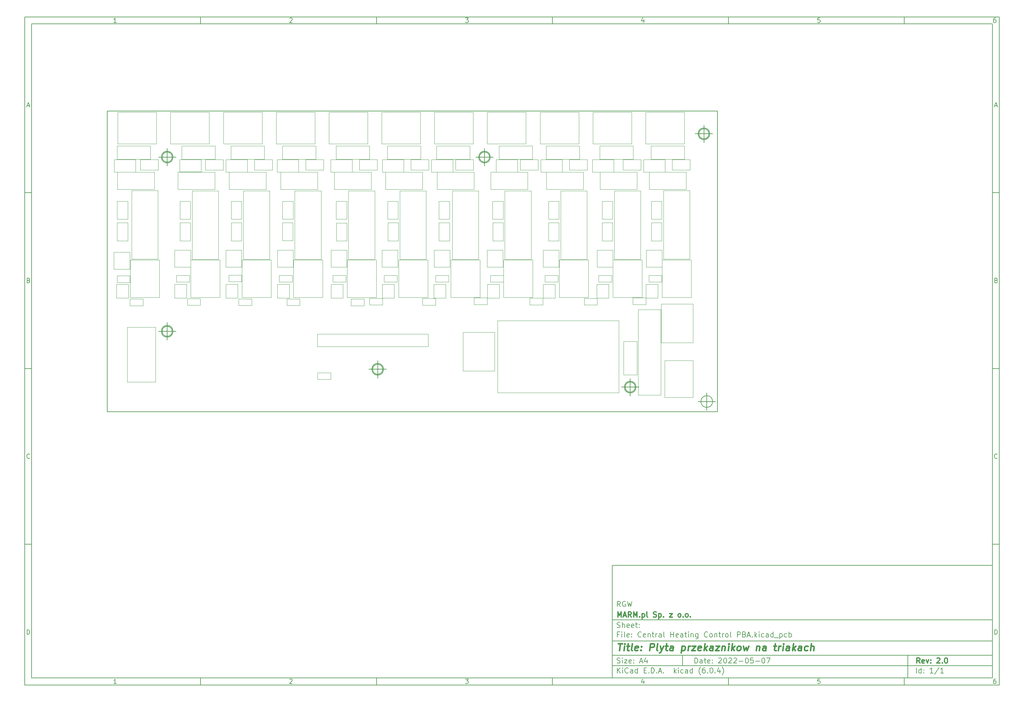
<source format=gbr>
%TF.GenerationSoftware,KiCad,Pcbnew,(6.0.4)*%
%TF.CreationDate,2022-05-07T15:09:04+02:00*%
%TF.ProjectId,Central Heating Control PBA,43656e74-7261-46c2-9048-656174696e67,2.0*%
%TF.SameCoordinates,Original*%
%TF.FileFunction,Other,User*%
%FSLAX46Y46*%
G04 Gerber Fmt 4.6, Leading zero omitted, Abs format (unit mm)*
G04 Created by KiCad (PCBNEW (6.0.4)) date 2022-05-07 15:09:04*
%MOMM*%
%LPD*%
G01*
G04 APERTURE LIST*
%ADD10C,0.100000*%
%ADD11C,0.150000*%
%ADD12C,0.300000*%
%ADD13C,0.400000*%
%TA.AperFunction,Profile*%
%ADD14C,0.150000*%
%TD*%
%ADD15C,0.050000*%
G04 APERTURE END LIST*
D10*
D11*
X177002200Y-166007200D02*
X177002200Y-198007200D01*
X285002200Y-198007200D01*
X285002200Y-166007200D01*
X177002200Y-166007200D01*
D10*
D11*
X10000000Y-10000000D02*
X10000000Y-200007200D01*
X287002200Y-200007200D01*
X287002200Y-10000000D01*
X10000000Y-10000000D01*
D10*
D11*
X12000000Y-12000000D02*
X12000000Y-198007200D01*
X285002200Y-198007200D01*
X285002200Y-12000000D01*
X12000000Y-12000000D01*
D10*
D11*
X60000000Y-12000000D02*
X60000000Y-10000000D01*
D10*
D11*
X110000000Y-12000000D02*
X110000000Y-10000000D01*
D10*
D11*
X160000000Y-12000000D02*
X160000000Y-10000000D01*
D10*
D11*
X210000000Y-12000000D02*
X210000000Y-10000000D01*
D10*
D11*
X260000000Y-12000000D02*
X260000000Y-10000000D01*
D10*
D11*
X36065476Y-11588095D02*
X35322619Y-11588095D01*
X35694047Y-11588095D02*
X35694047Y-10288095D01*
X35570238Y-10473809D01*
X35446428Y-10597619D01*
X35322619Y-10659523D01*
D10*
D11*
X85322619Y-10411904D02*
X85384523Y-10350000D01*
X85508333Y-10288095D01*
X85817857Y-10288095D01*
X85941666Y-10350000D01*
X86003571Y-10411904D01*
X86065476Y-10535714D01*
X86065476Y-10659523D01*
X86003571Y-10845238D01*
X85260714Y-11588095D01*
X86065476Y-11588095D01*
D10*
D11*
X135260714Y-10288095D02*
X136065476Y-10288095D01*
X135632142Y-10783333D01*
X135817857Y-10783333D01*
X135941666Y-10845238D01*
X136003571Y-10907142D01*
X136065476Y-11030952D01*
X136065476Y-11340476D01*
X136003571Y-11464285D01*
X135941666Y-11526190D01*
X135817857Y-11588095D01*
X135446428Y-11588095D01*
X135322619Y-11526190D01*
X135260714Y-11464285D01*
D10*
D11*
X185941666Y-10721428D02*
X185941666Y-11588095D01*
X185632142Y-10226190D02*
X185322619Y-11154761D01*
X186127380Y-11154761D01*
D10*
D11*
X236003571Y-10288095D02*
X235384523Y-10288095D01*
X235322619Y-10907142D01*
X235384523Y-10845238D01*
X235508333Y-10783333D01*
X235817857Y-10783333D01*
X235941666Y-10845238D01*
X236003571Y-10907142D01*
X236065476Y-11030952D01*
X236065476Y-11340476D01*
X236003571Y-11464285D01*
X235941666Y-11526190D01*
X235817857Y-11588095D01*
X235508333Y-11588095D01*
X235384523Y-11526190D01*
X235322619Y-11464285D01*
D10*
D11*
X285941666Y-10288095D02*
X285694047Y-10288095D01*
X285570238Y-10350000D01*
X285508333Y-10411904D01*
X285384523Y-10597619D01*
X285322619Y-10845238D01*
X285322619Y-11340476D01*
X285384523Y-11464285D01*
X285446428Y-11526190D01*
X285570238Y-11588095D01*
X285817857Y-11588095D01*
X285941666Y-11526190D01*
X286003571Y-11464285D01*
X286065476Y-11340476D01*
X286065476Y-11030952D01*
X286003571Y-10907142D01*
X285941666Y-10845238D01*
X285817857Y-10783333D01*
X285570238Y-10783333D01*
X285446428Y-10845238D01*
X285384523Y-10907142D01*
X285322619Y-11030952D01*
D10*
D11*
X60000000Y-198007200D02*
X60000000Y-200007200D01*
D10*
D11*
X110000000Y-198007200D02*
X110000000Y-200007200D01*
D10*
D11*
X160000000Y-198007200D02*
X160000000Y-200007200D01*
D10*
D11*
X210000000Y-198007200D02*
X210000000Y-200007200D01*
D10*
D11*
X260000000Y-198007200D02*
X260000000Y-200007200D01*
D10*
D11*
X36065476Y-199595295D02*
X35322619Y-199595295D01*
X35694047Y-199595295D02*
X35694047Y-198295295D01*
X35570238Y-198481009D01*
X35446428Y-198604819D01*
X35322619Y-198666723D01*
D10*
D11*
X85322619Y-198419104D02*
X85384523Y-198357200D01*
X85508333Y-198295295D01*
X85817857Y-198295295D01*
X85941666Y-198357200D01*
X86003571Y-198419104D01*
X86065476Y-198542914D01*
X86065476Y-198666723D01*
X86003571Y-198852438D01*
X85260714Y-199595295D01*
X86065476Y-199595295D01*
D10*
D11*
X135260714Y-198295295D02*
X136065476Y-198295295D01*
X135632142Y-198790533D01*
X135817857Y-198790533D01*
X135941666Y-198852438D01*
X136003571Y-198914342D01*
X136065476Y-199038152D01*
X136065476Y-199347676D01*
X136003571Y-199471485D01*
X135941666Y-199533390D01*
X135817857Y-199595295D01*
X135446428Y-199595295D01*
X135322619Y-199533390D01*
X135260714Y-199471485D01*
D10*
D11*
X185941666Y-198728628D02*
X185941666Y-199595295D01*
X185632142Y-198233390D02*
X185322619Y-199161961D01*
X186127380Y-199161961D01*
D10*
D11*
X236003571Y-198295295D02*
X235384523Y-198295295D01*
X235322619Y-198914342D01*
X235384523Y-198852438D01*
X235508333Y-198790533D01*
X235817857Y-198790533D01*
X235941666Y-198852438D01*
X236003571Y-198914342D01*
X236065476Y-199038152D01*
X236065476Y-199347676D01*
X236003571Y-199471485D01*
X235941666Y-199533390D01*
X235817857Y-199595295D01*
X235508333Y-199595295D01*
X235384523Y-199533390D01*
X235322619Y-199471485D01*
D10*
D11*
X285941666Y-198295295D02*
X285694047Y-198295295D01*
X285570238Y-198357200D01*
X285508333Y-198419104D01*
X285384523Y-198604819D01*
X285322619Y-198852438D01*
X285322619Y-199347676D01*
X285384523Y-199471485D01*
X285446428Y-199533390D01*
X285570238Y-199595295D01*
X285817857Y-199595295D01*
X285941666Y-199533390D01*
X286003571Y-199471485D01*
X286065476Y-199347676D01*
X286065476Y-199038152D01*
X286003571Y-198914342D01*
X285941666Y-198852438D01*
X285817857Y-198790533D01*
X285570238Y-198790533D01*
X285446428Y-198852438D01*
X285384523Y-198914342D01*
X285322619Y-199038152D01*
D10*
D11*
X10000000Y-60000000D02*
X12000000Y-60000000D01*
D10*
D11*
X10000000Y-110000000D02*
X12000000Y-110000000D01*
D10*
D11*
X10000000Y-160000000D02*
X12000000Y-160000000D01*
D10*
D11*
X10690476Y-35216666D02*
X11309523Y-35216666D01*
X10566666Y-35588095D02*
X11000000Y-34288095D01*
X11433333Y-35588095D01*
D10*
D11*
X11092857Y-84907142D02*
X11278571Y-84969047D01*
X11340476Y-85030952D01*
X11402380Y-85154761D01*
X11402380Y-85340476D01*
X11340476Y-85464285D01*
X11278571Y-85526190D01*
X11154761Y-85588095D01*
X10659523Y-85588095D01*
X10659523Y-84288095D01*
X11092857Y-84288095D01*
X11216666Y-84350000D01*
X11278571Y-84411904D01*
X11340476Y-84535714D01*
X11340476Y-84659523D01*
X11278571Y-84783333D01*
X11216666Y-84845238D01*
X11092857Y-84907142D01*
X10659523Y-84907142D01*
D10*
D11*
X11402380Y-135464285D02*
X11340476Y-135526190D01*
X11154761Y-135588095D01*
X11030952Y-135588095D01*
X10845238Y-135526190D01*
X10721428Y-135402380D01*
X10659523Y-135278571D01*
X10597619Y-135030952D01*
X10597619Y-134845238D01*
X10659523Y-134597619D01*
X10721428Y-134473809D01*
X10845238Y-134350000D01*
X11030952Y-134288095D01*
X11154761Y-134288095D01*
X11340476Y-134350000D01*
X11402380Y-134411904D01*
D10*
D11*
X10659523Y-185588095D02*
X10659523Y-184288095D01*
X10969047Y-184288095D01*
X11154761Y-184350000D01*
X11278571Y-184473809D01*
X11340476Y-184597619D01*
X11402380Y-184845238D01*
X11402380Y-185030952D01*
X11340476Y-185278571D01*
X11278571Y-185402380D01*
X11154761Y-185526190D01*
X10969047Y-185588095D01*
X10659523Y-185588095D01*
D10*
D11*
X287002200Y-60000000D02*
X285002200Y-60000000D01*
D10*
D11*
X287002200Y-110000000D02*
X285002200Y-110000000D01*
D10*
D11*
X287002200Y-160000000D02*
X285002200Y-160000000D01*
D10*
D11*
X285692676Y-35216666D02*
X286311723Y-35216666D01*
X285568866Y-35588095D02*
X286002200Y-34288095D01*
X286435533Y-35588095D01*
D10*
D11*
X286095057Y-84907142D02*
X286280771Y-84969047D01*
X286342676Y-85030952D01*
X286404580Y-85154761D01*
X286404580Y-85340476D01*
X286342676Y-85464285D01*
X286280771Y-85526190D01*
X286156961Y-85588095D01*
X285661723Y-85588095D01*
X285661723Y-84288095D01*
X286095057Y-84288095D01*
X286218866Y-84350000D01*
X286280771Y-84411904D01*
X286342676Y-84535714D01*
X286342676Y-84659523D01*
X286280771Y-84783333D01*
X286218866Y-84845238D01*
X286095057Y-84907142D01*
X285661723Y-84907142D01*
D10*
D11*
X286404580Y-135464285D02*
X286342676Y-135526190D01*
X286156961Y-135588095D01*
X286033152Y-135588095D01*
X285847438Y-135526190D01*
X285723628Y-135402380D01*
X285661723Y-135278571D01*
X285599819Y-135030952D01*
X285599819Y-134845238D01*
X285661723Y-134597619D01*
X285723628Y-134473809D01*
X285847438Y-134350000D01*
X286033152Y-134288095D01*
X286156961Y-134288095D01*
X286342676Y-134350000D01*
X286404580Y-134411904D01*
D10*
D11*
X285661723Y-185588095D02*
X285661723Y-184288095D01*
X285971247Y-184288095D01*
X286156961Y-184350000D01*
X286280771Y-184473809D01*
X286342676Y-184597619D01*
X286404580Y-184845238D01*
X286404580Y-185030952D01*
X286342676Y-185278571D01*
X286280771Y-185402380D01*
X286156961Y-185526190D01*
X285971247Y-185588095D01*
X285661723Y-185588095D01*
D10*
D11*
X200434342Y-193785771D02*
X200434342Y-192285771D01*
X200791485Y-192285771D01*
X201005771Y-192357200D01*
X201148628Y-192500057D01*
X201220057Y-192642914D01*
X201291485Y-192928628D01*
X201291485Y-193142914D01*
X201220057Y-193428628D01*
X201148628Y-193571485D01*
X201005771Y-193714342D01*
X200791485Y-193785771D01*
X200434342Y-193785771D01*
X202577200Y-193785771D02*
X202577200Y-193000057D01*
X202505771Y-192857200D01*
X202362914Y-192785771D01*
X202077200Y-192785771D01*
X201934342Y-192857200D01*
X202577200Y-193714342D02*
X202434342Y-193785771D01*
X202077200Y-193785771D01*
X201934342Y-193714342D01*
X201862914Y-193571485D01*
X201862914Y-193428628D01*
X201934342Y-193285771D01*
X202077200Y-193214342D01*
X202434342Y-193214342D01*
X202577200Y-193142914D01*
X203077200Y-192785771D02*
X203648628Y-192785771D01*
X203291485Y-192285771D02*
X203291485Y-193571485D01*
X203362914Y-193714342D01*
X203505771Y-193785771D01*
X203648628Y-193785771D01*
X204720057Y-193714342D02*
X204577200Y-193785771D01*
X204291485Y-193785771D01*
X204148628Y-193714342D01*
X204077200Y-193571485D01*
X204077200Y-193000057D01*
X204148628Y-192857200D01*
X204291485Y-192785771D01*
X204577200Y-192785771D01*
X204720057Y-192857200D01*
X204791485Y-193000057D01*
X204791485Y-193142914D01*
X204077200Y-193285771D01*
X205434342Y-193642914D02*
X205505771Y-193714342D01*
X205434342Y-193785771D01*
X205362914Y-193714342D01*
X205434342Y-193642914D01*
X205434342Y-193785771D01*
X205434342Y-192857200D02*
X205505771Y-192928628D01*
X205434342Y-193000057D01*
X205362914Y-192928628D01*
X205434342Y-192857200D01*
X205434342Y-193000057D01*
X207220057Y-192428628D02*
X207291485Y-192357200D01*
X207434342Y-192285771D01*
X207791485Y-192285771D01*
X207934342Y-192357200D01*
X208005771Y-192428628D01*
X208077200Y-192571485D01*
X208077200Y-192714342D01*
X208005771Y-192928628D01*
X207148628Y-193785771D01*
X208077200Y-193785771D01*
X209005771Y-192285771D02*
X209148628Y-192285771D01*
X209291485Y-192357200D01*
X209362914Y-192428628D01*
X209434342Y-192571485D01*
X209505771Y-192857200D01*
X209505771Y-193214342D01*
X209434342Y-193500057D01*
X209362914Y-193642914D01*
X209291485Y-193714342D01*
X209148628Y-193785771D01*
X209005771Y-193785771D01*
X208862914Y-193714342D01*
X208791485Y-193642914D01*
X208720057Y-193500057D01*
X208648628Y-193214342D01*
X208648628Y-192857200D01*
X208720057Y-192571485D01*
X208791485Y-192428628D01*
X208862914Y-192357200D01*
X209005771Y-192285771D01*
X210077200Y-192428628D02*
X210148628Y-192357200D01*
X210291485Y-192285771D01*
X210648628Y-192285771D01*
X210791485Y-192357200D01*
X210862914Y-192428628D01*
X210934342Y-192571485D01*
X210934342Y-192714342D01*
X210862914Y-192928628D01*
X210005771Y-193785771D01*
X210934342Y-193785771D01*
X211505771Y-192428628D02*
X211577200Y-192357200D01*
X211720057Y-192285771D01*
X212077200Y-192285771D01*
X212220057Y-192357200D01*
X212291485Y-192428628D01*
X212362914Y-192571485D01*
X212362914Y-192714342D01*
X212291485Y-192928628D01*
X211434342Y-193785771D01*
X212362914Y-193785771D01*
X213005771Y-193214342D02*
X214148628Y-193214342D01*
X215148628Y-192285771D02*
X215291485Y-192285771D01*
X215434342Y-192357200D01*
X215505771Y-192428628D01*
X215577200Y-192571485D01*
X215648628Y-192857200D01*
X215648628Y-193214342D01*
X215577200Y-193500057D01*
X215505771Y-193642914D01*
X215434342Y-193714342D01*
X215291485Y-193785771D01*
X215148628Y-193785771D01*
X215005771Y-193714342D01*
X214934342Y-193642914D01*
X214862914Y-193500057D01*
X214791485Y-193214342D01*
X214791485Y-192857200D01*
X214862914Y-192571485D01*
X214934342Y-192428628D01*
X215005771Y-192357200D01*
X215148628Y-192285771D01*
X217005771Y-192285771D02*
X216291485Y-192285771D01*
X216220057Y-193000057D01*
X216291485Y-192928628D01*
X216434342Y-192857200D01*
X216791485Y-192857200D01*
X216934342Y-192928628D01*
X217005771Y-193000057D01*
X217077200Y-193142914D01*
X217077200Y-193500057D01*
X217005771Y-193642914D01*
X216934342Y-193714342D01*
X216791485Y-193785771D01*
X216434342Y-193785771D01*
X216291485Y-193714342D01*
X216220057Y-193642914D01*
X217720057Y-193214342D02*
X218862914Y-193214342D01*
X219862914Y-192285771D02*
X220005771Y-192285771D01*
X220148628Y-192357200D01*
X220220057Y-192428628D01*
X220291485Y-192571485D01*
X220362914Y-192857200D01*
X220362914Y-193214342D01*
X220291485Y-193500057D01*
X220220057Y-193642914D01*
X220148628Y-193714342D01*
X220005771Y-193785771D01*
X219862914Y-193785771D01*
X219720057Y-193714342D01*
X219648628Y-193642914D01*
X219577200Y-193500057D01*
X219505771Y-193214342D01*
X219505771Y-192857200D01*
X219577200Y-192571485D01*
X219648628Y-192428628D01*
X219720057Y-192357200D01*
X219862914Y-192285771D01*
X220862914Y-192285771D02*
X221862914Y-192285771D01*
X221220057Y-193785771D01*
D10*
D11*
X177002200Y-194507200D02*
X285002200Y-194507200D01*
D10*
D11*
X178434342Y-196585771D02*
X178434342Y-195085771D01*
X179291485Y-196585771D02*
X178648628Y-195728628D01*
X179291485Y-195085771D02*
X178434342Y-195942914D01*
X179934342Y-196585771D02*
X179934342Y-195585771D01*
X179934342Y-195085771D02*
X179862914Y-195157200D01*
X179934342Y-195228628D01*
X180005771Y-195157200D01*
X179934342Y-195085771D01*
X179934342Y-195228628D01*
X181505771Y-196442914D02*
X181434342Y-196514342D01*
X181220057Y-196585771D01*
X181077200Y-196585771D01*
X180862914Y-196514342D01*
X180720057Y-196371485D01*
X180648628Y-196228628D01*
X180577200Y-195942914D01*
X180577200Y-195728628D01*
X180648628Y-195442914D01*
X180720057Y-195300057D01*
X180862914Y-195157200D01*
X181077200Y-195085771D01*
X181220057Y-195085771D01*
X181434342Y-195157200D01*
X181505771Y-195228628D01*
X182791485Y-196585771D02*
X182791485Y-195800057D01*
X182720057Y-195657200D01*
X182577200Y-195585771D01*
X182291485Y-195585771D01*
X182148628Y-195657200D01*
X182791485Y-196514342D02*
X182648628Y-196585771D01*
X182291485Y-196585771D01*
X182148628Y-196514342D01*
X182077200Y-196371485D01*
X182077200Y-196228628D01*
X182148628Y-196085771D01*
X182291485Y-196014342D01*
X182648628Y-196014342D01*
X182791485Y-195942914D01*
X184148628Y-196585771D02*
X184148628Y-195085771D01*
X184148628Y-196514342D02*
X184005771Y-196585771D01*
X183720057Y-196585771D01*
X183577200Y-196514342D01*
X183505771Y-196442914D01*
X183434342Y-196300057D01*
X183434342Y-195871485D01*
X183505771Y-195728628D01*
X183577200Y-195657200D01*
X183720057Y-195585771D01*
X184005771Y-195585771D01*
X184148628Y-195657200D01*
X186005771Y-195800057D02*
X186505771Y-195800057D01*
X186720057Y-196585771D02*
X186005771Y-196585771D01*
X186005771Y-195085771D01*
X186720057Y-195085771D01*
X187362914Y-196442914D02*
X187434342Y-196514342D01*
X187362914Y-196585771D01*
X187291485Y-196514342D01*
X187362914Y-196442914D01*
X187362914Y-196585771D01*
X188077200Y-196585771D02*
X188077200Y-195085771D01*
X188434342Y-195085771D01*
X188648628Y-195157200D01*
X188791485Y-195300057D01*
X188862914Y-195442914D01*
X188934342Y-195728628D01*
X188934342Y-195942914D01*
X188862914Y-196228628D01*
X188791485Y-196371485D01*
X188648628Y-196514342D01*
X188434342Y-196585771D01*
X188077200Y-196585771D01*
X189577200Y-196442914D02*
X189648628Y-196514342D01*
X189577200Y-196585771D01*
X189505771Y-196514342D01*
X189577200Y-196442914D01*
X189577200Y-196585771D01*
X190220057Y-196157200D02*
X190934342Y-196157200D01*
X190077200Y-196585771D02*
X190577200Y-195085771D01*
X191077200Y-196585771D01*
X191577200Y-196442914D02*
X191648628Y-196514342D01*
X191577200Y-196585771D01*
X191505771Y-196514342D01*
X191577200Y-196442914D01*
X191577200Y-196585771D01*
X194577200Y-196585771D02*
X194577200Y-195085771D01*
X194720057Y-196014342D02*
X195148628Y-196585771D01*
X195148628Y-195585771D02*
X194577200Y-196157200D01*
X195791485Y-196585771D02*
X195791485Y-195585771D01*
X195791485Y-195085771D02*
X195720057Y-195157200D01*
X195791485Y-195228628D01*
X195862914Y-195157200D01*
X195791485Y-195085771D01*
X195791485Y-195228628D01*
X197148628Y-196514342D02*
X197005771Y-196585771D01*
X196720057Y-196585771D01*
X196577200Y-196514342D01*
X196505771Y-196442914D01*
X196434342Y-196300057D01*
X196434342Y-195871485D01*
X196505771Y-195728628D01*
X196577200Y-195657200D01*
X196720057Y-195585771D01*
X197005771Y-195585771D01*
X197148628Y-195657200D01*
X198434342Y-196585771D02*
X198434342Y-195800057D01*
X198362914Y-195657200D01*
X198220057Y-195585771D01*
X197934342Y-195585771D01*
X197791485Y-195657200D01*
X198434342Y-196514342D02*
X198291485Y-196585771D01*
X197934342Y-196585771D01*
X197791485Y-196514342D01*
X197720057Y-196371485D01*
X197720057Y-196228628D01*
X197791485Y-196085771D01*
X197934342Y-196014342D01*
X198291485Y-196014342D01*
X198434342Y-195942914D01*
X199791485Y-196585771D02*
X199791485Y-195085771D01*
X199791485Y-196514342D02*
X199648628Y-196585771D01*
X199362914Y-196585771D01*
X199220057Y-196514342D01*
X199148628Y-196442914D01*
X199077200Y-196300057D01*
X199077200Y-195871485D01*
X199148628Y-195728628D01*
X199220057Y-195657200D01*
X199362914Y-195585771D01*
X199648628Y-195585771D01*
X199791485Y-195657200D01*
X202077200Y-197157200D02*
X202005771Y-197085771D01*
X201862914Y-196871485D01*
X201791485Y-196728628D01*
X201720057Y-196514342D01*
X201648628Y-196157200D01*
X201648628Y-195871485D01*
X201720057Y-195514342D01*
X201791485Y-195300057D01*
X201862914Y-195157200D01*
X202005771Y-194942914D01*
X202077200Y-194871485D01*
X203291485Y-195085771D02*
X203005771Y-195085771D01*
X202862914Y-195157200D01*
X202791485Y-195228628D01*
X202648628Y-195442914D01*
X202577200Y-195728628D01*
X202577200Y-196300057D01*
X202648628Y-196442914D01*
X202720057Y-196514342D01*
X202862914Y-196585771D01*
X203148628Y-196585771D01*
X203291485Y-196514342D01*
X203362914Y-196442914D01*
X203434342Y-196300057D01*
X203434342Y-195942914D01*
X203362914Y-195800057D01*
X203291485Y-195728628D01*
X203148628Y-195657200D01*
X202862914Y-195657200D01*
X202720057Y-195728628D01*
X202648628Y-195800057D01*
X202577200Y-195942914D01*
X204077200Y-196442914D02*
X204148628Y-196514342D01*
X204077200Y-196585771D01*
X204005771Y-196514342D01*
X204077200Y-196442914D01*
X204077200Y-196585771D01*
X205077200Y-195085771D02*
X205220057Y-195085771D01*
X205362914Y-195157200D01*
X205434342Y-195228628D01*
X205505771Y-195371485D01*
X205577200Y-195657200D01*
X205577200Y-196014342D01*
X205505771Y-196300057D01*
X205434342Y-196442914D01*
X205362914Y-196514342D01*
X205220057Y-196585771D01*
X205077200Y-196585771D01*
X204934342Y-196514342D01*
X204862914Y-196442914D01*
X204791485Y-196300057D01*
X204720057Y-196014342D01*
X204720057Y-195657200D01*
X204791485Y-195371485D01*
X204862914Y-195228628D01*
X204934342Y-195157200D01*
X205077200Y-195085771D01*
X206220057Y-196442914D02*
X206291485Y-196514342D01*
X206220057Y-196585771D01*
X206148628Y-196514342D01*
X206220057Y-196442914D01*
X206220057Y-196585771D01*
X207577200Y-195585771D02*
X207577200Y-196585771D01*
X207220057Y-195014342D02*
X206862914Y-196085771D01*
X207791485Y-196085771D01*
X208220057Y-197157200D02*
X208291485Y-197085771D01*
X208434342Y-196871485D01*
X208505771Y-196728628D01*
X208577200Y-196514342D01*
X208648628Y-196157200D01*
X208648628Y-195871485D01*
X208577200Y-195514342D01*
X208505771Y-195300057D01*
X208434342Y-195157200D01*
X208291485Y-194942914D01*
X208220057Y-194871485D01*
D10*
D11*
X177002200Y-191507200D02*
X285002200Y-191507200D01*
D10*
D12*
X264411485Y-193785771D02*
X263911485Y-193071485D01*
X263554342Y-193785771D02*
X263554342Y-192285771D01*
X264125771Y-192285771D01*
X264268628Y-192357200D01*
X264340057Y-192428628D01*
X264411485Y-192571485D01*
X264411485Y-192785771D01*
X264340057Y-192928628D01*
X264268628Y-193000057D01*
X264125771Y-193071485D01*
X263554342Y-193071485D01*
X265625771Y-193714342D02*
X265482914Y-193785771D01*
X265197200Y-193785771D01*
X265054342Y-193714342D01*
X264982914Y-193571485D01*
X264982914Y-193000057D01*
X265054342Y-192857200D01*
X265197200Y-192785771D01*
X265482914Y-192785771D01*
X265625771Y-192857200D01*
X265697200Y-193000057D01*
X265697200Y-193142914D01*
X264982914Y-193285771D01*
X266197200Y-192785771D02*
X266554342Y-193785771D01*
X266911485Y-192785771D01*
X267482914Y-193642914D02*
X267554342Y-193714342D01*
X267482914Y-193785771D01*
X267411485Y-193714342D01*
X267482914Y-193642914D01*
X267482914Y-193785771D01*
X267482914Y-192857200D02*
X267554342Y-192928628D01*
X267482914Y-193000057D01*
X267411485Y-192928628D01*
X267482914Y-192857200D01*
X267482914Y-193000057D01*
X269268628Y-192428628D02*
X269340057Y-192357200D01*
X269482914Y-192285771D01*
X269840057Y-192285771D01*
X269982914Y-192357200D01*
X270054342Y-192428628D01*
X270125771Y-192571485D01*
X270125771Y-192714342D01*
X270054342Y-192928628D01*
X269197200Y-193785771D01*
X270125771Y-193785771D01*
X270768628Y-193642914D02*
X270840057Y-193714342D01*
X270768628Y-193785771D01*
X270697200Y-193714342D01*
X270768628Y-193642914D01*
X270768628Y-193785771D01*
X271768628Y-192285771D02*
X271911485Y-192285771D01*
X272054342Y-192357200D01*
X272125771Y-192428628D01*
X272197200Y-192571485D01*
X272268628Y-192857200D01*
X272268628Y-193214342D01*
X272197200Y-193500057D01*
X272125771Y-193642914D01*
X272054342Y-193714342D01*
X271911485Y-193785771D01*
X271768628Y-193785771D01*
X271625771Y-193714342D01*
X271554342Y-193642914D01*
X271482914Y-193500057D01*
X271411485Y-193214342D01*
X271411485Y-192857200D01*
X271482914Y-192571485D01*
X271554342Y-192428628D01*
X271625771Y-192357200D01*
X271768628Y-192285771D01*
D10*
D11*
X178362914Y-193714342D02*
X178577200Y-193785771D01*
X178934342Y-193785771D01*
X179077200Y-193714342D01*
X179148628Y-193642914D01*
X179220057Y-193500057D01*
X179220057Y-193357200D01*
X179148628Y-193214342D01*
X179077200Y-193142914D01*
X178934342Y-193071485D01*
X178648628Y-193000057D01*
X178505771Y-192928628D01*
X178434342Y-192857200D01*
X178362914Y-192714342D01*
X178362914Y-192571485D01*
X178434342Y-192428628D01*
X178505771Y-192357200D01*
X178648628Y-192285771D01*
X179005771Y-192285771D01*
X179220057Y-192357200D01*
X179862914Y-193785771D02*
X179862914Y-192785771D01*
X179862914Y-192285771D02*
X179791485Y-192357200D01*
X179862914Y-192428628D01*
X179934342Y-192357200D01*
X179862914Y-192285771D01*
X179862914Y-192428628D01*
X180434342Y-192785771D02*
X181220057Y-192785771D01*
X180434342Y-193785771D01*
X181220057Y-193785771D01*
X182362914Y-193714342D02*
X182220057Y-193785771D01*
X181934342Y-193785771D01*
X181791485Y-193714342D01*
X181720057Y-193571485D01*
X181720057Y-193000057D01*
X181791485Y-192857200D01*
X181934342Y-192785771D01*
X182220057Y-192785771D01*
X182362914Y-192857200D01*
X182434342Y-193000057D01*
X182434342Y-193142914D01*
X181720057Y-193285771D01*
X183077200Y-193642914D02*
X183148628Y-193714342D01*
X183077200Y-193785771D01*
X183005771Y-193714342D01*
X183077200Y-193642914D01*
X183077200Y-193785771D01*
X183077200Y-192857200D02*
X183148628Y-192928628D01*
X183077200Y-193000057D01*
X183005771Y-192928628D01*
X183077200Y-192857200D01*
X183077200Y-193000057D01*
X184862914Y-193357200D02*
X185577200Y-193357200D01*
X184720057Y-193785771D02*
X185220057Y-192285771D01*
X185720057Y-193785771D01*
X186862914Y-192785771D02*
X186862914Y-193785771D01*
X186505771Y-192214342D02*
X186148628Y-193285771D01*
X187077200Y-193285771D01*
D10*
D11*
X263434342Y-196585771D02*
X263434342Y-195085771D01*
X264791485Y-196585771D02*
X264791485Y-195085771D01*
X264791485Y-196514342D02*
X264648628Y-196585771D01*
X264362914Y-196585771D01*
X264220057Y-196514342D01*
X264148628Y-196442914D01*
X264077200Y-196300057D01*
X264077200Y-195871485D01*
X264148628Y-195728628D01*
X264220057Y-195657200D01*
X264362914Y-195585771D01*
X264648628Y-195585771D01*
X264791485Y-195657200D01*
X265505771Y-196442914D02*
X265577200Y-196514342D01*
X265505771Y-196585771D01*
X265434342Y-196514342D01*
X265505771Y-196442914D01*
X265505771Y-196585771D01*
X265505771Y-195657200D02*
X265577200Y-195728628D01*
X265505771Y-195800057D01*
X265434342Y-195728628D01*
X265505771Y-195657200D01*
X265505771Y-195800057D01*
X268148628Y-196585771D02*
X267291485Y-196585771D01*
X267720057Y-196585771D02*
X267720057Y-195085771D01*
X267577200Y-195300057D01*
X267434342Y-195442914D01*
X267291485Y-195514342D01*
X269862914Y-195014342D02*
X268577200Y-196942914D01*
X271148628Y-196585771D02*
X270291485Y-196585771D01*
X270720057Y-196585771D02*
X270720057Y-195085771D01*
X270577200Y-195300057D01*
X270434342Y-195442914D01*
X270291485Y-195514342D01*
D10*
D11*
X177002200Y-187507200D02*
X285002200Y-187507200D01*
D10*
D13*
X178714580Y-188211961D02*
X179857438Y-188211961D01*
X179036009Y-190211961D02*
X179286009Y-188211961D01*
X180274104Y-190211961D02*
X180440771Y-188878628D01*
X180524104Y-188211961D02*
X180416961Y-188307200D01*
X180500295Y-188402438D01*
X180607438Y-188307200D01*
X180524104Y-188211961D01*
X180500295Y-188402438D01*
X181107438Y-188878628D02*
X181869342Y-188878628D01*
X181476485Y-188211961D02*
X181262200Y-189926247D01*
X181333628Y-190116723D01*
X181512200Y-190211961D01*
X181702676Y-190211961D01*
X182655057Y-190211961D02*
X182476485Y-190116723D01*
X182405057Y-189926247D01*
X182619342Y-188211961D01*
X184190771Y-190116723D02*
X183988390Y-190211961D01*
X183607438Y-190211961D01*
X183428866Y-190116723D01*
X183357438Y-189926247D01*
X183452676Y-189164342D01*
X183571723Y-188973866D01*
X183774104Y-188878628D01*
X184155057Y-188878628D01*
X184333628Y-188973866D01*
X184405057Y-189164342D01*
X184381247Y-189354819D01*
X183405057Y-189545295D01*
X185155057Y-190021485D02*
X185238390Y-190116723D01*
X185131247Y-190211961D01*
X185047914Y-190116723D01*
X185155057Y-190021485D01*
X185131247Y-190211961D01*
X185286009Y-188973866D02*
X185369342Y-189069104D01*
X185262200Y-189164342D01*
X185178866Y-189069104D01*
X185286009Y-188973866D01*
X185262200Y-189164342D01*
X187607438Y-190211961D02*
X187857438Y-188211961D01*
X188619342Y-188211961D01*
X188797914Y-188307200D01*
X188881247Y-188402438D01*
X188952676Y-188592914D01*
X188916961Y-188878628D01*
X188797914Y-189069104D01*
X188690771Y-189164342D01*
X188488390Y-189259580D01*
X187726485Y-189259580D01*
X189893152Y-190211961D02*
X189714580Y-190116723D01*
X189643152Y-189926247D01*
X189857438Y-188211961D01*
X190631247Y-188878628D02*
X190940771Y-190211961D01*
X191583628Y-188878628D02*
X190940771Y-190211961D01*
X190690771Y-190688152D01*
X190583628Y-190783390D01*
X190381247Y-190878628D01*
X192059819Y-188878628D02*
X192821723Y-188878628D01*
X192428866Y-188211961D02*
X192214580Y-189926247D01*
X192286009Y-190116723D01*
X192464580Y-190211961D01*
X192655057Y-190211961D01*
X194178866Y-190211961D02*
X194309819Y-189164342D01*
X194238390Y-188973866D01*
X194059819Y-188878628D01*
X193678866Y-188878628D01*
X193476485Y-188973866D01*
X194190771Y-190116723D02*
X193988390Y-190211961D01*
X193512200Y-190211961D01*
X193333628Y-190116723D01*
X193262200Y-189926247D01*
X193286009Y-189735771D01*
X193405057Y-189545295D01*
X193607438Y-189450057D01*
X194083628Y-189450057D01*
X194286009Y-189354819D01*
X196821723Y-188878628D02*
X196571723Y-190878628D01*
X196809819Y-188973866D02*
X197012200Y-188878628D01*
X197393152Y-188878628D01*
X197571723Y-188973866D01*
X197655057Y-189069104D01*
X197726485Y-189259580D01*
X197655057Y-189831009D01*
X197536009Y-190021485D01*
X197428866Y-190116723D01*
X197226485Y-190211961D01*
X196845533Y-190211961D01*
X196666961Y-190116723D01*
X198464580Y-190211961D02*
X198631247Y-188878628D01*
X198583628Y-189259580D02*
X198702676Y-189069104D01*
X198809819Y-188973866D01*
X199012200Y-188878628D01*
X199202676Y-188878628D01*
X199678866Y-188878628D02*
X200726485Y-188878628D01*
X199512200Y-190211961D01*
X200559819Y-190211961D01*
X202095533Y-190116723D02*
X201893152Y-190211961D01*
X201512200Y-190211961D01*
X201333628Y-190116723D01*
X201262200Y-189926247D01*
X201357438Y-189164342D01*
X201476485Y-188973866D01*
X201678866Y-188878628D01*
X202059819Y-188878628D01*
X202238390Y-188973866D01*
X202309819Y-189164342D01*
X202286009Y-189354819D01*
X201309819Y-189545295D01*
X203036009Y-190211961D02*
X203286009Y-188211961D01*
X203321723Y-189450057D02*
X203797914Y-190211961D01*
X203964580Y-188878628D02*
X203107438Y-189640533D01*
X205512200Y-190211961D02*
X205643152Y-189164342D01*
X205571723Y-188973866D01*
X205393152Y-188878628D01*
X205012200Y-188878628D01*
X204809819Y-188973866D01*
X205524104Y-190116723D02*
X205321723Y-190211961D01*
X204845533Y-190211961D01*
X204666961Y-190116723D01*
X204595533Y-189926247D01*
X204619342Y-189735771D01*
X204738390Y-189545295D01*
X204940771Y-189450057D01*
X205416961Y-189450057D01*
X205619342Y-189354819D01*
X206440771Y-188878628D02*
X207488390Y-188878628D01*
X206274104Y-190211961D01*
X207321723Y-190211961D01*
X208250295Y-188878628D02*
X208083628Y-190211961D01*
X208226485Y-189069104D02*
X208333628Y-188973866D01*
X208536009Y-188878628D01*
X208821723Y-188878628D01*
X209000295Y-188973866D01*
X209071723Y-189164342D01*
X208940771Y-190211961D01*
X209893152Y-190211961D02*
X210059819Y-188878628D01*
X210143152Y-188211961D02*
X210036009Y-188307200D01*
X210119342Y-188402438D01*
X210226485Y-188307200D01*
X210143152Y-188211961D01*
X210119342Y-188402438D01*
X210845533Y-190211961D02*
X211095533Y-188211961D01*
X211131247Y-189450057D02*
X211607438Y-190211961D01*
X211774104Y-188878628D02*
X210916961Y-189640533D01*
X212750295Y-190211961D02*
X212571723Y-190116723D01*
X212488390Y-190021485D01*
X212416961Y-189831009D01*
X212488390Y-189259580D01*
X212607438Y-189069104D01*
X212714580Y-188973866D01*
X212916961Y-188878628D01*
X213202676Y-188878628D01*
X213381247Y-188973866D01*
X213464580Y-189069104D01*
X213536009Y-189259580D01*
X213464580Y-189831009D01*
X213345533Y-190021485D01*
X213238390Y-190116723D01*
X213036009Y-190211961D01*
X212750295Y-190211961D01*
X214250295Y-188878628D02*
X214464580Y-190211961D01*
X214964580Y-189259580D01*
X215226485Y-190211961D01*
X215774104Y-188878628D01*
X218059819Y-188878628D02*
X217893152Y-190211961D01*
X218036009Y-189069104D02*
X218143152Y-188973866D01*
X218345533Y-188878628D01*
X218631247Y-188878628D01*
X218809819Y-188973866D01*
X218881247Y-189164342D01*
X218750295Y-190211961D01*
X220559819Y-190211961D02*
X220690771Y-189164342D01*
X220619342Y-188973866D01*
X220440771Y-188878628D01*
X220059819Y-188878628D01*
X219857438Y-188973866D01*
X220571723Y-190116723D02*
X220369342Y-190211961D01*
X219893152Y-190211961D01*
X219714580Y-190116723D01*
X219643152Y-189926247D01*
X219666961Y-189735771D01*
X219786009Y-189545295D01*
X219988390Y-189450057D01*
X220464580Y-189450057D01*
X220666961Y-189354819D01*
X222916961Y-188878628D02*
X223678866Y-188878628D01*
X223286009Y-188211961D02*
X223071723Y-189926247D01*
X223143152Y-190116723D01*
X223321723Y-190211961D01*
X223512200Y-190211961D01*
X224178866Y-190211961D02*
X224345533Y-188878628D01*
X224297914Y-189259580D02*
X224416961Y-189069104D01*
X224524104Y-188973866D01*
X224726485Y-188878628D01*
X224916961Y-188878628D01*
X225416961Y-190211961D02*
X225583628Y-188878628D01*
X225666961Y-188211961D02*
X225559819Y-188307200D01*
X225643152Y-188402438D01*
X225750295Y-188307200D01*
X225666961Y-188211961D01*
X225643152Y-188402438D01*
X227226485Y-190211961D02*
X227357438Y-189164342D01*
X227286009Y-188973866D01*
X227107438Y-188878628D01*
X226726485Y-188878628D01*
X226524104Y-188973866D01*
X227238390Y-190116723D02*
X227036009Y-190211961D01*
X226559819Y-190211961D01*
X226381247Y-190116723D01*
X226309819Y-189926247D01*
X226333628Y-189735771D01*
X226452676Y-189545295D01*
X226655057Y-189450057D01*
X227131247Y-189450057D01*
X227333628Y-189354819D01*
X228178866Y-190211961D02*
X228428866Y-188211961D01*
X228464580Y-189450057D02*
X228940771Y-190211961D01*
X229107438Y-188878628D02*
X228250295Y-189640533D01*
X230655057Y-190211961D02*
X230786009Y-189164342D01*
X230714580Y-188973866D01*
X230536009Y-188878628D01*
X230155057Y-188878628D01*
X229952676Y-188973866D01*
X230666961Y-190116723D02*
X230464580Y-190211961D01*
X229988390Y-190211961D01*
X229809819Y-190116723D01*
X229738390Y-189926247D01*
X229762200Y-189735771D01*
X229881247Y-189545295D01*
X230083628Y-189450057D01*
X230559819Y-189450057D01*
X230762200Y-189354819D01*
X232476485Y-190116723D02*
X232274104Y-190211961D01*
X231893152Y-190211961D01*
X231714580Y-190116723D01*
X231631247Y-190021485D01*
X231559819Y-189831009D01*
X231631247Y-189259580D01*
X231750295Y-189069104D01*
X231857438Y-188973866D01*
X232059819Y-188878628D01*
X232440771Y-188878628D01*
X232619342Y-188973866D01*
X233321723Y-190211961D02*
X233571723Y-188211961D01*
X234178866Y-190211961D02*
X234309819Y-189164342D01*
X234238390Y-188973866D01*
X234059819Y-188878628D01*
X233774104Y-188878628D01*
X233571723Y-188973866D01*
X233464580Y-189069104D01*
D10*
D11*
X178934342Y-185600057D02*
X178434342Y-185600057D01*
X178434342Y-186385771D02*
X178434342Y-184885771D01*
X179148628Y-184885771D01*
X179720057Y-186385771D02*
X179720057Y-185385771D01*
X179720057Y-184885771D02*
X179648628Y-184957200D01*
X179720057Y-185028628D01*
X179791485Y-184957200D01*
X179720057Y-184885771D01*
X179720057Y-185028628D01*
X180648628Y-186385771D02*
X180505771Y-186314342D01*
X180434342Y-186171485D01*
X180434342Y-184885771D01*
X181791485Y-186314342D02*
X181648628Y-186385771D01*
X181362914Y-186385771D01*
X181220057Y-186314342D01*
X181148628Y-186171485D01*
X181148628Y-185600057D01*
X181220057Y-185457200D01*
X181362914Y-185385771D01*
X181648628Y-185385771D01*
X181791485Y-185457200D01*
X181862914Y-185600057D01*
X181862914Y-185742914D01*
X181148628Y-185885771D01*
X182505771Y-186242914D02*
X182577200Y-186314342D01*
X182505771Y-186385771D01*
X182434342Y-186314342D01*
X182505771Y-186242914D01*
X182505771Y-186385771D01*
X182505771Y-185457200D02*
X182577200Y-185528628D01*
X182505771Y-185600057D01*
X182434342Y-185528628D01*
X182505771Y-185457200D01*
X182505771Y-185600057D01*
X185220057Y-186242914D02*
X185148628Y-186314342D01*
X184934342Y-186385771D01*
X184791485Y-186385771D01*
X184577200Y-186314342D01*
X184434342Y-186171485D01*
X184362914Y-186028628D01*
X184291485Y-185742914D01*
X184291485Y-185528628D01*
X184362914Y-185242914D01*
X184434342Y-185100057D01*
X184577200Y-184957200D01*
X184791485Y-184885771D01*
X184934342Y-184885771D01*
X185148628Y-184957200D01*
X185220057Y-185028628D01*
X186434342Y-186314342D02*
X186291485Y-186385771D01*
X186005771Y-186385771D01*
X185862914Y-186314342D01*
X185791485Y-186171485D01*
X185791485Y-185600057D01*
X185862914Y-185457200D01*
X186005771Y-185385771D01*
X186291485Y-185385771D01*
X186434342Y-185457200D01*
X186505771Y-185600057D01*
X186505771Y-185742914D01*
X185791485Y-185885771D01*
X187148628Y-185385771D02*
X187148628Y-186385771D01*
X187148628Y-185528628D02*
X187220057Y-185457200D01*
X187362914Y-185385771D01*
X187577200Y-185385771D01*
X187720057Y-185457200D01*
X187791485Y-185600057D01*
X187791485Y-186385771D01*
X188291485Y-185385771D02*
X188862914Y-185385771D01*
X188505771Y-184885771D02*
X188505771Y-186171485D01*
X188577200Y-186314342D01*
X188720057Y-186385771D01*
X188862914Y-186385771D01*
X189362914Y-186385771D02*
X189362914Y-185385771D01*
X189362914Y-185671485D02*
X189434342Y-185528628D01*
X189505771Y-185457200D01*
X189648628Y-185385771D01*
X189791485Y-185385771D01*
X190934342Y-186385771D02*
X190934342Y-185600057D01*
X190862914Y-185457200D01*
X190720057Y-185385771D01*
X190434342Y-185385771D01*
X190291485Y-185457200D01*
X190934342Y-186314342D02*
X190791485Y-186385771D01*
X190434342Y-186385771D01*
X190291485Y-186314342D01*
X190220057Y-186171485D01*
X190220057Y-186028628D01*
X190291485Y-185885771D01*
X190434342Y-185814342D01*
X190791485Y-185814342D01*
X190934342Y-185742914D01*
X191862914Y-186385771D02*
X191720057Y-186314342D01*
X191648628Y-186171485D01*
X191648628Y-184885771D01*
X193577200Y-186385771D02*
X193577200Y-184885771D01*
X193577200Y-185600057D02*
X194434342Y-185600057D01*
X194434342Y-186385771D02*
X194434342Y-184885771D01*
X195720057Y-186314342D02*
X195577200Y-186385771D01*
X195291485Y-186385771D01*
X195148628Y-186314342D01*
X195077200Y-186171485D01*
X195077200Y-185600057D01*
X195148628Y-185457200D01*
X195291485Y-185385771D01*
X195577200Y-185385771D01*
X195720057Y-185457200D01*
X195791485Y-185600057D01*
X195791485Y-185742914D01*
X195077200Y-185885771D01*
X197077200Y-186385771D02*
X197077200Y-185600057D01*
X197005771Y-185457200D01*
X196862914Y-185385771D01*
X196577200Y-185385771D01*
X196434342Y-185457200D01*
X197077200Y-186314342D02*
X196934342Y-186385771D01*
X196577200Y-186385771D01*
X196434342Y-186314342D01*
X196362914Y-186171485D01*
X196362914Y-186028628D01*
X196434342Y-185885771D01*
X196577200Y-185814342D01*
X196934342Y-185814342D01*
X197077200Y-185742914D01*
X197577200Y-185385771D02*
X198148628Y-185385771D01*
X197791485Y-184885771D02*
X197791485Y-186171485D01*
X197862914Y-186314342D01*
X198005771Y-186385771D01*
X198148628Y-186385771D01*
X198648628Y-186385771D02*
X198648628Y-185385771D01*
X198648628Y-184885771D02*
X198577200Y-184957200D01*
X198648628Y-185028628D01*
X198720057Y-184957200D01*
X198648628Y-184885771D01*
X198648628Y-185028628D01*
X199362914Y-185385771D02*
X199362914Y-186385771D01*
X199362914Y-185528628D02*
X199434342Y-185457200D01*
X199577200Y-185385771D01*
X199791485Y-185385771D01*
X199934342Y-185457200D01*
X200005771Y-185600057D01*
X200005771Y-186385771D01*
X201362914Y-185385771D02*
X201362914Y-186600057D01*
X201291485Y-186742914D01*
X201220057Y-186814342D01*
X201077200Y-186885771D01*
X200862914Y-186885771D01*
X200720057Y-186814342D01*
X201362914Y-186314342D02*
X201220057Y-186385771D01*
X200934342Y-186385771D01*
X200791485Y-186314342D01*
X200720057Y-186242914D01*
X200648628Y-186100057D01*
X200648628Y-185671485D01*
X200720057Y-185528628D01*
X200791485Y-185457200D01*
X200934342Y-185385771D01*
X201220057Y-185385771D01*
X201362914Y-185457200D01*
X204077200Y-186242914D02*
X204005771Y-186314342D01*
X203791485Y-186385771D01*
X203648628Y-186385771D01*
X203434342Y-186314342D01*
X203291485Y-186171485D01*
X203220057Y-186028628D01*
X203148628Y-185742914D01*
X203148628Y-185528628D01*
X203220057Y-185242914D01*
X203291485Y-185100057D01*
X203434342Y-184957200D01*
X203648628Y-184885771D01*
X203791485Y-184885771D01*
X204005771Y-184957200D01*
X204077200Y-185028628D01*
X204934342Y-186385771D02*
X204791485Y-186314342D01*
X204720057Y-186242914D01*
X204648628Y-186100057D01*
X204648628Y-185671485D01*
X204720057Y-185528628D01*
X204791485Y-185457200D01*
X204934342Y-185385771D01*
X205148628Y-185385771D01*
X205291485Y-185457200D01*
X205362914Y-185528628D01*
X205434342Y-185671485D01*
X205434342Y-186100057D01*
X205362914Y-186242914D01*
X205291485Y-186314342D01*
X205148628Y-186385771D01*
X204934342Y-186385771D01*
X206077200Y-185385771D02*
X206077200Y-186385771D01*
X206077200Y-185528628D02*
X206148628Y-185457200D01*
X206291485Y-185385771D01*
X206505771Y-185385771D01*
X206648628Y-185457200D01*
X206720057Y-185600057D01*
X206720057Y-186385771D01*
X207220057Y-185385771D02*
X207791485Y-185385771D01*
X207434342Y-184885771D02*
X207434342Y-186171485D01*
X207505771Y-186314342D01*
X207648628Y-186385771D01*
X207791485Y-186385771D01*
X208291485Y-186385771D02*
X208291485Y-185385771D01*
X208291485Y-185671485D02*
X208362914Y-185528628D01*
X208434342Y-185457200D01*
X208577200Y-185385771D01*
X208720057Y-185385771D01*
X209434342Y-186385771D02*
X209291485Y-186314342D01*
X209220057Y-186242914D01*
X209148628Y-186100057D01*
X209148628Y-185671485D01*
X209220057Y-185528628D01*
X209291485Y-185457200D01*
X209434342Y-185385771D01*
X209648628Y-185385771D01*
X209791485Y-185457200D01*
X209862914Y-185528628D01*
X209934342Y-185671485D01*
X209934342Y-186100057D01*
X209862914Y-186242914D01*
X209791485Y-186314342D01*
X209648628Y-186385771D01*
X209434342Y-186385771D01*
X210791485Y-186385771D02*
X210648628Y-186314342D01*
X210577200Y-186171485D01*
X210577200Y-184885771D01*
X212505771Y-186385771D02*
X212505771Y-184885771D01*
X213077200Y-184885771D01*
X213220057Y-184957200D01*
X213291485Y-185028628D01*
X213362914Y-185171485D01*
X213362914Y-185385771D01*
X213291485Y-185528628D01*
X213220057Y-185600057D01*
X213077200Y-185671485D01*
X212505771Y-185671485D01*
X214505771Y-185600057D02*
X214720057Y-185671485D01*
X214791485Y-185742914D01*
X214862914Y-185885771D01*
X214862914Y-186100057D01*
X214791485Y-186242914D01*
X214720057Y-186314342D01*
X214577200Y-186385771D01*
X214005771Y-186385771D01*
X214005771Y-184885771D01*
X214505771Y-184885771D01*
X214648628Y-184957200D01*
X214720057Y-185028628D01*
X214791485Y-185171485D01*
X214791485Y-185314342D01*
X214720057Y-185457200D01*
X214648628Y-185528628D01*
X214505771Y-185600057D01*
X214005771Y-185600057D01*
X215434342Y-185957200D02*
X216148628Y-185957200D01*
X215291485Y-186385771D02*
X215791485Y-184885771D01*
X216291485Y-186385771D01*
X216791485Y-186242914D02*
X216862914Y-186314342D01*
X216791485Y-186385771D01*
X216720057Y-186314342D01*
X216791485Y-186242914D01*
X216791485Y-186385771D01*
X217505771Y-186385771D02*
X217505771Y-184885771D01*
X217648628Y-185814342D02*
X218077200Y-186385771D01*
X218077200Y-185385771D02*
X217505771Y-185957200D01*
X218720057Y-186385771D02*
X218720057Y-185385771D01*
X218720057Y-184885771D02*
X218648628Y-184957200D01*
X218720057Y-185028628D01*
X218791485Y-184957200D01*
X218720057Y-184885771D01*
X218720057Y-185028628D01*
X220077200Y-186314342D02*
X219934342Y-186385771D01*
X219648628Y-186385771D01*
X219505771Y-186314342D01*
X219434342Y-186242914D01*
X219362914Y-186100057D01*
X219362914Y-185671485D01*
X219434342Y-185528628D01*
X219505771Y-185457200D01*
X219648628Y-185385771D01*
X219934342Y-185385771D01*
X220077200Y-185457200D01*
X221362914Y-186385771D02*
X221362914Y-185600057D01*
X221291485Y-185457200D01*
X221148628Y-185385771D01*
X220862914Y-185385771D01*
X220720057Y-185457200D01*
X221362914Y-186314342D02*
X221220057Y-186385771D01*
X220862914Y-186385771D01*
X220720057Y-186314342D01*
X220648628Y-186171485D01*
X220648628Y-186028628D01*
X220720057Y-185885771D01*
X220862914Y-185814342D01*
X221220057Y-185814342D01*
X221362914Y-185742914D01*
X222720057Y-186385771D02*
X222720057Y-184885771D01*
X222720057Y-186314342D02*
X222577200Y-186385771D01*
X222291485Y-186385771D01*
X222148628Y-186314342D01*
X222077200Y-186242914D01*
X222005771Y-186100057D01*
X222005771Y-185671485D01*
X222077200Y-185528628D01*
X222148628Y-185457200D01*
X222291485Y-185385771D01*
X222577200Y-185385771D01*
X222720057Y-185457200D01*
X223077200Y-186528628D02*
X224220057Y-186528628D01*
X224577200Y-185385771D02*
X224577200Y-186885771D01*
X224577200Y-185457200D02*
X224720057Y-185385771D01*
X225005771Y-185385771D01*
X225148628Y-185457200D01*
X225220057Y-185528628D01*
X225291485Y-185671485D01*
X225291485Y-186100057D01*
X225220057Y-186242914D01*
X225148628Y-186314342D01*
X225005771Y-186385771D01*
X224720057Y-186385771D01*
X224577200Y-186314342D01*
X226577200Y-186314342D02*
X226434342Y-186385771D01*
X226148628Y-186385771D01*
X226005771Y-186314342D01*
X225934342Y-186242914D01*
X225862914Y-186100057D01*
X225862914Y-185671485D01*
X225934342Y-185528628D01*
X226005771Y-185457200D01*
X226148628Y-185385771D01*
X226434342Y-185385771D01*
X226577200Y-185457200D01*
X227220057Y-186385771D02*
X227220057Y-184885771D01*
X227220057Y-185457200D02*
X227362914Y-185385771D01*
X227648628Y-185385771D01*
X227791485Y-185457200D01*
X227862914Y-185528628D01*
X227934342Y-185671485D01*
X227934342Y-186100057D01*
X227862914Y-186242914D01*
X227791485Y-186314342D01*
X227648628Y-186385771D01*
X227362914Y-186385771D01*
X227220057Y-186314342D01*
D10*
D11*
X177002200Y-181507200D02*
X285002200Y-181507200D01*
D10*
D11*
X178362914Y-183614342D02*
X178577200Y-183685771D01*
X178934342Y-183685771D01*
X179077200Y-183614342D01*
X179148628Y-183542914D01*
X179220057Y-183400057D01*
X179220057Y-183257200D01*
X179148628Y-183114342D01*
X179077200Y-183042914D01*
X178934342Y-182971485D01*
X178648628Y-182900057D01*
X178505771Y-182828628D01*
X178434342Y-182757200D01*
X178362914Y-182614342D01*
X178362914Y-182471485D01*
X178434342Y-182328628D01*
X178505771Y-182257200D01*
X178648628Y-182185771D01*
X179005771Y-182185771D01*
X179220057Y-182257200D01*
X179862914Y-183685771D02*
X179862914Y-182185771D01*
X180505771Y-183685771D02*
X180505771Y-182900057D01*
X180434342Y-182757200D01*
X180291485Y-182685771D01*
X180077200Y-182685771D01*
X179934342Y-182757200D01*
X179862914Y-182828628D01*
X181791485Y-183614342D02*
X181648628Y-183685771D01*
X181362914Y-183685771D01*
X181220057Y-183614342D01*
X181148628Y-183471485D01*
X181148628Y-182900057D01*
X181220057Y-182757200D01*
X181362914Y-182685771D01*
X181648628Y-182685771D01*
X181791485Y-182757200D01*
X181862914Y-182900057D01*
X181862914Y-183042914D01*
X181148628Y-183185771D01*
X183077200Y-183614342D02*
X182934342Y-183685771D01*
X182648628Y-183685771D01*
X182505771Y-183614342D01*
X182434342Y-183471485D01*
X182434342Y-182900057D01*
X182505771Y-182757200D01*
X182648628Y-182685771D01*
X182934342Y-182685771D01*
X183077200Y-182757200D01*
X183148628Y-182900057D01*
X183148628Y-183042914D01*
X182434342Y-183185771D01*
X183577200Y-182685771D02*
X184148628Y-182685771D01*
X183791485Y-182185771D02*
X183791485Y-183471485D01*
X183862914Y-183614342D01*
X184005771Y-183685771D01*
X184148628Y-183685771D01*
X184648628Y-183542914D02*
X184720057Y-183614342D01*
X184648628Y-183685771D01*
X184577200Y-183614342D01*
X184648628Y-183542914D01*
X184648628Y-183685771D01*
X184648628Y-182757200D02*
X184720057Y-182828628D01*
X184648628Y-182900057D01*
X184577200Y-182828628D01*
X184648628Y-182757200D01*
X184648628Y-182900057D01*
D10*
D12*
X178554342Y-180685771D02*
X178554342Y-179185771D01*
X179054342Y-180257200D01*
X179554342Y-179185771D01*
X179554342Y-180685771D01*
X180197200Y-180257200D02*
X180911485Y-180257200D01*
X180054342Y-180685771D02*
X180554342Y-179185771D01*
X181054342Y-180685771D01*
X182411485Y-180685771D02*
X181911485Y-179971485D01*
X181554342Y-180685771D02*
X181554342Y-179185771D01*
X182125771Y-179185771D01*
X182268628Y-179257200D01*
X182340057Y-179328628D01*
X182411485Y-179471485D01*
X182411485Y-179685771D01*
X182340057Y-179828628D01*
X182268628Y-179900057D01*
X182125771Y-179971485D01*
X181554342Y-179971485D01*
X183054342Y-180685771D02*
X183054342Y-179185771D01*
X183554342Y-180257200D01*
X184054342Y-179185771D01*
X184054342Y-180685771D01*
X184768628Y-180542914D02*
X184840057Y-180614342D01*
X184768628Y-180685771D01*
X184697200Y-180614342D01*
X184768628Y-180542914D01*
X184768628Y-180685771D01*
X185482914Y-179685771D02*
X185482914Y-181185771D01*
X185482914Y-179757200D02*
X185625771Y-179685771D01*
X185911485Y-179685771D01*
X186054342Y-179757200D01*
X186125771Y-179828628D01*
X186197200Y-179971485D01*
X186197200Y-180400057D01*
X186125771Y-180542914D01*
X186054342Y-180614342D01*
X185911485Y-180685771D01*
X185625771Y-180685771D01*
X185482914Y-180614342D01*
X187054342Y-180685771D02*
X186911485Y-180614342D01*
X186840057Y-180471485D01*
X186840057Y-179185771D01*
X188697200Y-180614342D02*
X188911485Y-180685771D01*
X189268628Y-180685771D01*
X189411485Y-180614342D01*
X189482914Y-180542914D01*
X189554342Y-180400057D01*
X189554342Y-180257200D01*
X189482914Y-180114342D01*
X189411485Y-180042914D01*
X189268628Y-179971485D01*
X188982914Y-179900057D01*
X188840057Y-179828628D01*
X188768628Y-179757200D01*
X188697200Y-179614342D01*
X188697200Y-179471485D01*
X188768628Y-179328628D01*
X188840057Y-179257200D01*
X188982914Y-179185771D01*
X189340057Y-179185771D01*
X189554342Y-179257200D01*
X190197200Y-179685771D02*
X190197200Y-181185771D01*
X190197200Y-179757200D02*
X190340057Y-179685771D01*
X190625771Y-179685771D01*
X190768628Y-179757200D01*
X190840057Y-179828628D01*
X190911485Y-179971485D01*
X190911485Y-180400057D01*
X190840057Y-180542914D01*
X190768628Y-180614342D01*
X190625771Y-180685771D01*
X190340057Y-180685771D01*
X190197200Y-180614342D01*
X191554342Y-180542914D02*
X191625771Y-180614342D01*
X191554342Y-180685771D01*
X191482914Y-180614342D01*
X191554342Y-180542914D01*
X191554342Y-180685771D01*
X193268628Y-179685771D02*
X194054342Y-179685771D01*
X193268628Y-180685771D01*
X194054342Y-180685771D01*
X195982914Y-180685771D02*
X195840057Y-180614342D01*
X195768628Y-180542914D01*
X195697200Y-180400057D01*
X195697200Y-179971485D01*
X195768628Y-179828628D01*
X195840057Y-179757200D01*
X195982914Y-179685771D01*
X196197200Y-179685771D01*
X196340057Y-179757200D01*
X196411485Y-179828628D01*
X196482914Y-179971485D01*
X196482914Y-180400057D01*
X196411485Y-180542914D01*
X196340057Y-180614342D01*
X196197200Y-180685771D01*
X195982914Y-180685771D01*
X197125771Y-180542914D02*
X197197200Y-180614342D01*
X197125771Y-180685771D01*
X197054342Y-180614342D01*
X197125771Y-180542914D01*
X197125771Y-180685771D01*
X198054342Y-180685771D02*
X197911485Y-180614342D01*
X197840057Y-180542914D01*
X197768628Y-180400057D01*
X197768628Y-179971485D01*
X197840057Y-179828628D01*
X197911485Y-179757200D01*
X198054342Y-179685771D01*
X198268628Y-179685771D01*
X198411485Y-179757200D01*
X198482914Y-179828628D01*
X198554342Y-179971485D01*
X198554342Y-180400057D01*
X198482914Y-180542914D01*
X198411485Y-180614342D01*
X198268628Y-180685771D01*
X198054342Y-180685771D01*
X199197200Y-180542914D02*
X199268628Y-180614342D01*
X199197200Y-180685771D01*
X199125771Y-180614342D01*
X199197200Y-180542914D01*
X199197200Y-180685771D01*
D10*
D11*
X179291485Y-177685771D02*
X178791485Y-176971485D01*
X178434342Y-177685771D02*
X178434342Y-176185771D01*
X179005771Y-176185771D01*
X179148628Y-176257200D01*
X179220057Y-176328628D01*
X179291485Y-176471485D01*
X179291485Y-176685771D01*
X179220057Y-176828628D01*
X179148628Y-176900057D01*
X179005771Y-176971485D01*
X178434342Y-176971485D01*
X180720057Y-176257200D02*
X180577200Y-176185771D01*
X180362914Y-176185771D01*
X180148628Y-176257200D01*
X180005771Y-176400057D01*
X179934342Y-176542914D01*
X179862914Y-176828628D01*
X179862914Y-177042914D01*
X179934342Y-177328628D01*
X180005771Y-177471485D01*
X180148628Y-177614342D01*
X180362914Y-177685771D01*
X180505771Y-177685771D01*
X180720057Y-177614342D01*
X180791485Y-177542914D01*
X180791485Y-177042914D01*
X180505771Y-177042914D01*
X181291485Y-176185771D02*
X181648628Y-177685771D01*
X181934342Y-176614342D01*
X182220057Y-177685771D01*
X182577200Y-176185771D01*
D10*
D11*
D10*
D11*
D10*
D11*
D10*
D11*
X197002200Y-191507200D02*
X197002200Y-194507200D01*
D10*
D11*
X261002200Y-191507200D02*
X261002200Y-198007200D01*
D14*
X33490866Y-122269803D02*
X33491300Y-36755890D01*
X206845866Y-36803803D02*
X206845866Y-122269803D01*
X33491300Y-36755890D02*
X206845866Y-36803803D01*
X51928769Y-99409803D02*
G75*
G03*
X51928769Y-99409803I-1419903J0D01*
G01*
X183500769Y-115284803D02*
G75*
G03*
X183500769Y-115284803I-1419903J0D01*
G01*
X51928769Y-49866043D02*
G75*
G03*
X51928769Y-49866043I-1419903J0D01*
G01*
X142098769Y-49866043D02*
G75*
G03*
X142098769Y-49866043I-1419903J0D01*
G01*
X206845866Y-122269803D02*
X33490866Y-122269803D01*
X111745769Y-110204803D02*
G75*
G03*
X111745769Y-110204803I-1419903J0D01*
G01*
X204455769Y-43246043D02*
G75*
G03*
X204455769Y-43246043I-1419903J0D01*
G01*
X183747532Y-115284803D02*
G75*
G03*
X183747532Y-115284803I-1666666J0D01*
G01*
X179580866Y-115284803D02*
X184580866Y-115284803D01*
X182080866Y-112784803D02*
X182080866Y-117784803D01*
X52175532Y-99409803D02*
G75*
G03*
X52175532Y-99409803I-1666666J0D01*
G01*
X48008866Y-99409803D02*
X53008866Y-99409803D01*
X50508866Y-96909803D02*
X50508866Y-101909803D01*
X204702532Y-43246043D02*
G75*
G03*
X204702532Y-43246043I-1666666J0D01*
G01*
X200535866Y-43246043D02*
X205535866Y-43246043D01*
X203035866Y-40746043D02*
X203035866Y-45746043D01*
X52175532Y-49866043D02*
G75*
G03*
X52175532Y-49866043I-1666666J0D01*
G01*
X48008866Y-49866043D02*
X53008866Y-49866043D01*
X50508866Y-47366043D02*
X50508866Y-52366043D01*
X111992532Y-110204803D02*
G75*
G03*
X111992532Y-110204803I-1666666J0D01*
G01*
X107825866Y-110204803D02*
X112825866Y-110204803D01*
X110325866Y-107704803D02*
X110325866Y-112704803D01*
X205501666Y-119380000D02*
G75*
G03*
X205501666Y-119380000I-1666666J0D01*
G01*
X201335000Y-119380000D02*
X206335000Y-119380000D01*
X203835000Y-116880000D02*
X203835000Y-121880000D01*
X142345532Y-49866043D02*
G75*
G03*
X142345532Y-49866043I-1666666J0D01*
G01*
X138178866Y-49866043D02*
X143178866Y-49866043D01*
X140678866Y-47366043D02*
X140678866Y-52366043D01*
D15*
%TO.C,D3*%
X71688764Y-81146532D02*
X71688764Y-76296532D01*
X67188764Y-81146532D02*
X71688764Y-81146532D01*
X67188764Y-76296532D02*
X67188764Y-81146532D01*
X71688764Y-76296532D02*
X67188764Y-76296532D01*
%TO.C,R5*%
X82313866Y-85389803D02*
X82313866Y-83489803D01*
X82313866Y-83489803D02*
X86013866Y-83489803D01*
X86013866Y-83489803D02*
X86013866Y-85389803D01*
X86013866Y-85389803D02*
X82313866Y-85389803D01*
%TO.C,J13*%
X197465000Y-37111043D02*
X186465000Y-37111043D01*
X186465000Y-46111043D02*
X197465000Y-46111043D01*
X186465000Y-37111043D02*
X186465000Y-46111043D01*
X197465000Y-46111043D02*
X197465000Y-37111043D01*
%TO.C,U8*%
X139405000Y-89789803D02*
X139405000Y-79089803D01*
X139405000Y-79089803D02*
X131105000Y-79089803D01*
X131105000Y-79089803D02*
X131105000Y-89789803D01*
X131105000Y-89789803D02*
X139405000Y-89789803D01*
%TO.C,R50*%
X126783856Y-90070626D02*
X126783856Y-91970626D01*
X123083856Y-91970626D02*
X123083856Y-90070626D01*
X123083856Y-90070626D02*
X126783856Y-90070626D01*
X126783856Y-91970626D02*
X123083856Y-91970626D01*
%TO.C,R40*%
X169893866Y-50570000D02*
X164803866Y-50570000D01*
X164803866Y-53570000D02*
X169893866Y-53570000D01*
X169893866Y-53570000D02*
X169893866Y-50570000D01*
X164803866Y-50570000D02*
X164803866Y-53570000D01*
%TO.C,R27*%
X116143866Y-62434803D02*
X113143866Y-62434803D01*
X113143866Y-62434803D02*
X113143866Y-67524803D01*
X116143866Y-67524803D02*
X116143866Y-62434803D01*
X113143866Y-67524803D02*
X116143866Y-67524803D01*
%TO.C,D2*%
X52647965Y-81149803D02*
X57147965Y-81149803D01*
X57147965Y-76299803D02*
X52647965Y-76299803D01*
X57147965Y-81149803D02*
X57147965Y-76299803D01*
X52647965Y-76299803D02*
X52647965Y-81149803D01*
%TO.C,Q9*%
X158288866Y-59039606D02*
X168788866Y-59039606D01*
X168788866Y-59039606D02*
X168788866Y-54129606D01*
X168788866Y-54129606D02*
X158288866Y-54129606D01*
X158288866Y-54129606D02*
X158288866Y-59039606D01*
%TO.C,C3*%
X57563866Y-78965000D02*
X65063866Y-78965000D01*
X65063866Y-59465000D02*
X57563866Y-59465000D01*
X65063866Y-78965000D02*
X65063866Y-59465000D01*
X57563866Y-59465000D02*
X57563866Y-78965000D01*
%TO.C,R55*%
X191073866Y-62434803D02*
X188073866Y-62434803D01*
X188073866Y-67524803D02*
X191073866Y-67524803D01*
X188073866Y-62434803D02*
X188073866Y-67524803D01*
X191073866Y-67524803D02*
X191073866Y-62434803D01*
%TO.C,JP1*%
X41493866Y-50570000D02*
X41493866Y-54120000D01*
X35393866Y-54120000D02*
X35393866Y-50570000D01*
X41493866Y-54120000D02*
X35393866Y-54120000D01*
X35393866Y-50570000D02*
X41493866Y-50570000D01*
%TO.C,RV6*%
X122568866Y-46696043D02*
X113068866Y-46696043D01*
X113068866Y-50496043D02*
X113068866Y-46696043D01*
X122568866Y-50496043D02*
X122568866Y-46696043D01*
X122568866Y-50496043D02*
X113068866Y-50496043D01*
%TO.C,R2*%
X39927789Y-83606089D02*
X39927789Y-85506089D01*
X39927789Y-85506089D02*
X36227789Y-85506089D01*
X36227789Y-83606089D02*
X39927789Y-83606089D01*
X36227789Y-85506089D02*
X36227789Y-83606089D01*
%TO.C,U2*%
X48308866Y-79089803D02*
X40008866Y-79089803D01*
X48308866Y-89789803D02*
X48308866Y-79089803D01*
X40008866Y-79089803D02*
X40008866Y-89789803D01*
X40008866Y-89789803D02*
X48308866Y-89789803D01*
%TO.C,Q7*%
X127173866Y-59039606D02*
X137673866Y-59039606D01*
X137673866Y-59039606D02*
X137673866Y-54129606D01*
X137673866Y-54129606D02*
X127173866Y-54129606D01*
X127173866Y-54129606D02*
X127173866Y-59039606D01*
%TO.C,R30*%
X158863866Y-67524803D02*
X161863866Y-67524803D01*
X161863866Y-62434803D02*
X158863866Y-62434803D01*
X161863866Y-67524803D02*
X161863866Y-62434803D01*
X158863866Y-62434803D02*
X158863866Y-67524803D01*
%TO.C,Q19*%
X129633202Y-89906335D02*
X129633202Y-86066335D01*
X126233202Y-89906335D02*
X129633202Y-89906335D01*
X126233202Y-86066335D02*
X126233202Y-89906335D01*
X129633202Y-86066335D02*
X126233202Y-86066335D01*
%TO.C,JP9*%
X81748866Y-54120000D02*
X81748866Y-50570000D01*
X87848866Y-50570000D02*
X87848866Y-54120000D01*
X87848866Y-54120000D02*
X81748866Y-54120000D01*
X81748866Y-50570000D02*
X87848866Y-50570000D01*
%TO.C,J12*%
X171465000Y-46111043D02*
X182465000Y-46111043D01*
X182465000Y-37111043D02*
X171465000Y-37111043D01*
X171465000Y-37111043D02*
X171465000Y-46111043D01*
X182465000Y-46111043D02*
X182465000Y-37111043D01*
%TO.C,J3_DC5V1*%
X143565000Y-110664803D02*
X143565000Y-99664803D01*
X134565000Y-99664803D02*
X134565000Y-110664803D01*
X134565000Y-110664803D02*
X143565000Y-110664803D01*
X143565000Y-99664803D02*
X134565000Y-99664803D01*
%TO.C,Q2*%
X53513866Y-59039606D02*
X64013866Y-59039606D01*
X53513866Y-54129606D02*
X53513866Y-59039606D01*
X64013866Y-54129606D02*
X53513866Y-54129606D01*
X64013866Y-59039606D02*
X64013866Y-54129606D01*
%TO.C,J5*%
X77465000Y-46111043D02*
X77465000Y-37111043D01*
X66465000Y-37111043D02*
X66465000Y-46111043D01*
X77465000Y-37111043D02*
X66465000Y-37111043D01*
X66465000Y-46111043D02*
X77465000Y-46111043D01*
%TO.C,R28*%
X127748866Y-67524803D02*
X130748866Y-67524803D01*
X130748866Y-62434803D02*
X127748866Y-62434803D01*
X130748866Y-67524803D02*
X130748866Y-62434803D01*
X127748866Y-62434803D02*
X127748866Y-67524803D01*
%TO.C,R48*%
X157253776Y-91849676D02*
X153553776Y-91849676D01*
X157253776Y-89949676D02*
X157253776Y-91849676D01*
X153553776Y-89949676D02*
X157253776Y-89949676D01*
X153553776Y-91849676D02*
X153553776Y-89949676D01*
%TO.C,D5*%
X101523780Y-76330256D02*
X97023780Y-76330256D01*
X97023780Y-76330256D02*
X97023780Y-81180256D01*
X101523780Y-81180256D02*
X101523780Y-76330256D01*
X97023780Y-81180256D02*
X101523780Y-81180256D01*
%TO.C,R44*%
X84510000Y-90166212D02*
X88210000Y-90166212D01*
X88210000Y-92066212D02*
X84510000Y-92066212D01*
X88210000Y-90166212D02*
X88210000Y-92066212D01*
X84510000Y-92066212D02*
X84510000Y-90166212D01*
%TO.C,R38*%
X132418866Y-50570000D02*
X132418866Y-53570000D01*
X137508866Y-53570000D02*
X137508866Y-50570000D01*
X132418866Y-53570000D02*
X137508866Y-53570000D01*
X137508866Y-50570000D02*
X132418866Y-50570000D01*
%TO.C,JP6*%
X125563866Y-50570000D02*
X131663866Y-50570000D01*
X131663866Y-50570000D02*
X131663866Y-54120000D01*
X131663866Y-54120000D02*
X125563866Y-54120000D01*
X125563866Y-54120000D02*
X125563866Y-50570000D01*
%TO.C,J6*%
X81465000Y-37111043D02*
X81465000Y-46111043D01*
X81465000Y-46111043D02*
X92465000Y-46111043D01*
X92465000Y-46111043D02*
X92465000Y-37111043D01*
X92465000Y-37111043D02*
X81465000Y-37111043D01*
%TO.C,J7*%
X107465000Y-46111043D02*
X107465000Y-37111043D01*
X96465000Y-37111043D02*
X96465000Y-46111043D01*
X96465000Y-46111043D02*
X107465000Y-46111043D01*
X107465000Y-37111043D02*
X96465000Y-37111043D01*
%TO.C,J5_AC_INPUT1*%
X199923866Y-107764803D02*
X191923866Y-107764803D01*
X191923866Y-118264803D02*
X199923866Y-118264803D01*
X199923866Y-107764803D02*
X199923866Y-118264803D01*
X191923866Y-118264803D02*
X191923866Y-107764803D01*
%TO.C,R25*%
X71693866Y-62434803D02*
X68693866Y-62434803D01*
X68693866Y-62434803D02*
X68693866Y-67524803D01*
X71693866Y-67524803D02*
X71693866Y-62434803D01*
X68693866Y-67524803D02*
X71693866Y-67524803D01*
%TO.C,C4*%
X79658866Y-78965000D02*
X79658866Y-59465000D01*
X72158866Y-78965000D02*
X79658866Y-78965000D01*
X72158866Y-59465000D02*
X72158866Y-78965000D01*
X79658866Y-59465000D02*
X72158866Y-59465000D01*
%TO.C,JP5*%
X117693866Y-50570000D02*
X117693866Y-54120000D01*
X117693866Y-54120000D02*
X111593866Y-54120000D01*
X111593866Y-54120000D02*
X111593866Y-50570000D01*
X111593866Y-50570000D02*
X117693866Y-50570000D01*
%TO.C,D4*%
X81834475Y-76289169D02*
X81834475Y-81139169D01*
X86334475Y-76289169D02*
X81834475Y-76289169D01*
X86334475Y-81139169D02*
X86334475Y-76289169D01*
X81834475Y-81139169D02*
X86334475Y-81139169D01*
%TO.C,R47*%
X43595866Y-92104803D02*
X39895866Y-92104803D01*
X39895866Y-92104803D02*
X39895866Y-90204803D01*
X43595866Y-90204803D02*
X43595866Y-92104803D01*
X39895866Y-90204803D02*
X43595866Y-90204803D01*
%TO.C,Q1*%
X36368866Y-54129606D02*
X36368866Y-59039606D01*
X46868866Y-59039606D02*
X46868866Y-54129606D01*
X36368866Y-59039606D02*
X46868866Y-59039606D01*
X46868866Y-54129606D02*
X36368866Y-54129606D01*
%TO.C,J4_AC_OUTPUT1*%
X199897152Y-102657457D02*
X199897152Y-91657457D01*
X190897152Y-91657457D02*
X190897152Y-102657457D01*
X190897152Y-102657457D02*
X199897152Y-102657457D01*
X199897152Y-91657457D02*
X190897152Y-91657457D01*
%TO.C,U11*%
X185468866Y-89789803D02*
X185468866Y-79089803D01*
X177168866Y-89789803D02*
X185468866Y-89789803D01*
X185468866Y-79089803D02*
X177168866Y-79089803D01*
X177168866Y-79089803D02*
X177168866Y-89789803D01*
%TO.C,RV2*%
X64148866Y-50496043D02*
X64148866Y-46696043D01*
X64148866Y-46696043D02*
X54648866Y-46696043D01*
X54648866Y-50496043D02*
X54648866Y-46696043D01*
X64148866Y-50496043D02*
X54648866Y-50496043D01*
%TO.C,R26*%
X83298866Y-62434803D02*
X83298866Y-67524803D01*
X86298866Y-62434803D02*
X83298866Y-62434803D01*
X86298866Y-67524803D02*
X86298866Y-62434803D01*
X83298866Y-67524803D02*
X86298866Y-67524803D01*
%TO.C,R31*%
X174103866Y-62434803D02*
X174103866Y-67524803D01*
X174103866Y-67524803D02*
X177103866Y-67524803D01*
X177103866Y-67524803D02*
X177103866Y-62434803D01*
X177103866Y-62434803D02*
X174103866Y-62434803D01*
%TO.C,Q18*%
X100477138Y-89906335D02*
X100477138Y-86066335D01*
X100477138Y-86066335D02*
X97077138Y-86066335D01*
X97077138Y-86066335D02*
X97077138Y-89906335D01*
X97077138Y-89906335D02*
X100477138Y-89906335D01*
%TO.C,JP3*%
X73243866Y-54120000D02*
X67143866Y-54120000D01*
X67143866Y-54120000D02*
X67143866Y-50570000D01*
X67143866Y-50570000D02*
X73243866Y-50570000D01*
X73243866Y-50570000D02*
X73243866Y-54120000D01*
%TO.C,C7*%
X139005000Y-78965000D02*
X139005000Y-59465000D01*
X131505000Y-78965000D02*
X139005000Y-78965000D01*
X139005000Y-59465000D02*
X131505000Y-59465000D01*
X131505000Y-59465000D02*
X131505000Y-78965000D01*
%TO.C,RV1*%
X36233866Y-50496043D02*
X36233866Y-46696043D01*
X45733866Y-50496043D02*
X45733866Y-46696043D01*
X45733866Y-46696043D02*
X36233866Y-46696043D01*
X45733866Y-50496043D02*
X36233866Y-50496043D01*
%TO.C,R34*%
X80358866Y-53570000D02*
X80358866Y-50570000D01*
X75268866Y-50570000D02*
X75268866Y-53570000D01*
X80358866Y-50570000D02*
X75268866Y-50570000D01*
X75268866Y-53570000D02*
X80358866Y-53570000D01*
%TO.C,R9*%
X146068866Y-83489803D02*
X146068866Y-85389803D01*
X146068866Y-85389803D02*
X142368866Y-85389803D01*
X142368866Y-85389803D02*
X142368866Y-83489803D01*
X142368866Y-83489803D02*
X146068866Y-83489803D01*
%TO.C,Q3*%
X68118866Y-54129606D02*
X68118866Y-59039606D01*
X78618866Y-54129606D02*
X68118866Y-54129606D01*
X78618866Y-59039606D02*
X78618866Y-54129606D01*
X68118866Y-59039606D02*
X78618866Y-59039606D01*
%TO.C,Q8*%
X142413866Y-54129606D02*
X142413866Y-59039606D01*
X142413866Y-59039606D02*
X152913866Y-59039606D01*
X152913866Y-59039606D02*
X152913866Y-54129606D01*
X152913866Y-54129606D02*
X142413866Y-54129606D01*
%TO.C,R7*%
X112158866Y-83489803D02*
X115858866Y-83489803D01*
X115858866Y-85389803D02*
X112158866Y-85389803D01*
X112158866Y-85389803D02*
X112158866Y-83489803D01*
X115858866Y-83489803D02*
X115858866Y-85389803D01*
%TO.C,JP7*%
X143978866Y-50570000D02*
X150078866Y-50570000D01*
X143978866Y-54120000D02*
X143978866Y-50570000D01*
X150078866Y-50570000D02*
X150078866Y-54120000D01*
X150078866Y-54120000D02*
X143978866Y-54120000D01*
%TO.C,R19*%
X143023355Y-68559803D02*
X143023355Y-73649803D01*
X146023355Y-68559803D02*
X143023355Y-68559803D01*
X143023355Y-73649803D02*
X146023355Y-73649803D01*
X146023355Y-73649803D02*
X146023355Y-68559803D01*
%TO.C,J8*%
X111465000Y-46111043D02*
X122465000Y-46111043D01*
X111465000Y-37111043D02*
X111465000Y-46111043D01*
X122465000Y-37111043D02*
X111465000Y-37111043D01*
X122465000Y-46111043D02*
X122465000Y-37111043D01*
%TO.C,JP11*%
X185888866Y-54120000D02*
X185888866Y-50570000D01*
X191988866Y-54120000D02*
X185888866Y-54120000D01*
X191988866Y-50570000D02*
X191988866Y-54120000D01*
X185888866Y-50570000D02*
X191988866Y-50570000D01*
%TO.C,JP2*%
X54079563Y-50536798D02*
X60179563Y-50536798D01*
X60179563Y-54086798D02*
X54079563Y-54086798D01*
X60179563Y-50536798D02*
X60179563Y-54086798D01*
X54079563Y-54086798D02*
X54079563Y-50536798D01*
%TO.C,J9*%
X126465000Y-37111043D02*
X126465000Y-46111043D01*
X137465000Y-46111043D02*
X137465000Y-37111043D01*
X137465000Y-37111043D02*
X126465000Y-37111043D01*
X126465000Y-46111043D02*
X137465000Y-46111043D01*
%TO.C,R4*%
X68000000Y-85295052D02*
X68000000Y-83395052D01*
X71700000Y-83395052D02*
X71700000Y-85295052D01*
X68000000Y-83395052D02*
X71700000Y-83395052D01*
X71700000Y-85295052D02*
X68000000Y-85295052D01*
%TO.C,R56*%
X194013866Y-53570000D02*
X199103866Y-53570000D01*
X199103866Y-50570000D02*
X194013866Y-50570000D01*
X199103866Y-53570000D02*
X199103866Y-50570000D01*
X194013866Y-50570000D02*
X194013866Y-53570000D01*
%TO.C,RV12*%
X183980866Y-111779803D02*
X180180866Y-111779803D01*
X183980866Y-102279803D02*
X183980866Y-111779803D01*
X183980866Y-102279803D02*
X180180866Y-102279803D01*
X180180866Y-102279803D02*
X180180866Y-111779803D01*
%TO.C,C2*%
X47908866Y-78845000D02*
X47908866Y-59345000D01*
X40408866Y-59345000D02*
X40408866Y-78845000D01*
X47908866Y-59345000D02*
X40408866Y-59345000D01*
X40408866Y-78845000D02*
X47908866Y-78845000D01*
%TO.C,Q10*%
X173528866Y-54129606D02*
X173528866Y-59039606D01*
X184028866Y-59039606D02*
X184028866Y-54129606D01*
X173528866Y-59039606D02*
X184028866Y-59039606D01*
X184028866Y-54129606D02*
X173528866Y-54129606D01*
%TO.C,R45*%
X168992071Y-91930965D02*
X168992071Y-90030965D01*
X172692071Y-90030965D02*
X172692071Y-91930965D01*
X168992071Y-90030965D02*
X172692071Y-90030965D01*
X172692071Y-91930965D02*
X168992071Y-91930965D01*
%TO.C,U10*%
X161928866Y-89789803D02*
X170228866Y-89789803D01*
X170228866Y-89789803D02*
X170228866Y-79089803D01*
X170228866Y-79089803D02*
X161928866Y-79089803D01*
X161928866Y-79089803D02*
X161928866Y-89789803D01*
%TO.C,R54*%
X188073866Y-68559803D02*
X188073866Y-73649803D01*
X188073866Y-73649803D02*
X191073866Y-73649803D01*
X191073866Y-73649803D02*
X191073866Y-68559803D01*
X191073866Y-68559803D02*
X188073866Y-68559803D01*
%TO.C,R52*%
X107977928Y-91916483D02*
X107977928Y-90016483D01*
X111677928Y-90016483D02*
X111677928Y-91916483D01*
X107977928Y-90016483D02*
X111677928Y-90016483D01*
X111677928Y-91916483D02*
X107977928Y-91916483D01*
%TO.C,D8*%
X145935800Y-76326874D02*
X141435800Y-76326874D01*
X141435800Y-76326874D02*
X141435800Y-81176874D01*
X141435800Y-81176874D02*
X145935800Y-81176874D01*
X145935800Y-81176874D02*
X145935800Y-76326874D01*
%TO.C,F1*%
X184364448Y-117528579D02*
X184364448Y-93228579D01*
X184364448Y-93228579D02*
X190764448Y-93228579D01*
X190764448Y-93228579D02*
X190764448Y-117528579D01*
X190764448Y-117528579D02*
X184364448Y-117528579D01*
%TO.C,R24*%
X54098866Y-67524803D02*
X57098866Y-67524803D01*
X57098866Y-62434803D02*
X54098866Y-62434803D01*
X54098866Y-62434803D02*
X54098866Y-67524803D01*
X57098866Y-67524803D02*
X57098866Y-62434803D01*
%TO.C,R21*%
X174103866Y-68559803D02*
X174103866Y-73649803D01*
X174103866Y-73649803D02*
X177103866Y-73649803D01*
X177103866Y-73649803D02*
X177103866Y-68559803D01*
X177103866Y-68559803D02*
X174103866Y-68559803D01*
%TO.C,R37*%
X119718866Y-53570000D02*
X124808866Y-53570000D01*
X124808866Y-50570000D02*
X119718866Y-50570000D01*
X124808866Y-53570000D02*
X124808866Y-50570000D01*
X119718866Y-50570000D02*
X119718866Y-53570000D01*
%TO.C,R41*%
X185133866Y-53570000D02*
X185133866Y-50570000D01*
X180043866Y-50570000D02*
X180043866Y-53570000D01*
X180043866Y-53570000D02*
X185133866Y-53570000D01*
X185133866Y-50570000D02*
X180043866Y-50570000D01*
%TO.C,J1*%
X47180000Y-98245000D02*
X47180000Y-113845000D01*
X39180000Y-113845000D02*
X47180000Y-113845000D01*
X39180000Y-113845000D02*
X39180000Y-98245000D01*
X47180000Y-98245000D02*
X39180000Y-98245000D01*
%TO.C,RV9*%
X167653866Y-50496043D02*
X158153866Y-50496043D01*
X167653866Y-50496043D02*
X167653866Y-46696043D01*
X158153866Y-50496043D02*
X158153866Y-46696043D01*
X167653866Y-46696043D02*
X158153866Y-46696043D01*
%TO.C,C11*%
X199038866Y-59345000D02*
X191538866Y-59345000D01*
X191538866Y-59345000D02*
X191538866Y-78845000D01*
X191538866Y-78845000D02*
X199038866Y-78845000D01*
X199038866Y-78845000D02*
X199038866Y-59345000D01*
%TO.C,R22*%
X98538866Y-67524803D02*
X101538866Y-67524803D01*
X101538866Y-67524803D02*
X101538866Y-62434803D01*
X101538866Y-62434803D02*
X98538866Y-62434803D01*
X98538866Y-62434803D02*
X98538866Y-67524803D01*
%TO.C,D7*%
X130876278Y-76299803D02*
X126376278Y-76299803D01*
X130876278Y-81149803D02*
X130876278Y-76299803D01*
X126376278Y-76299803D02*
X126376278Y-81149803D01*
X126376278Y-81149803D02*
X130876278Y-81149803D01*
%TO.C,J2*%
X93153866Y-100149803D02*
X93153866Y-103749803D01*
X124703866Y-100149803D02*
X93153866Y-100149803D01*
X93153866Y-103749803D02*
X124703866Y-103749803D01*
X124703866Y-103749803D02*
X124703866Y-100149803D01*
%TO.C,JP8*%
X162778866Y-50570000D02*
X162778866Y-54120000D01*
X156678866Y-50570000D02*
X162778866Y-50570000D01*
X162778866Y-54120000D02*
X156678866Y-54120000D01*
X156678866Y-54120000D02*
X156678866Y-50570000D01*
%TO.C,R46*%
X186536858Y-89882071D02*
X186536858Y-91782071D01*
X182836858Y-91782071D02*
X182836858Y-89882071D01*
X182836858Y-89882071D02*
X186536858Y-89882071D01*
X186536858Y-91782071D02*
X182836858Y-91782071D01*
%TO.C,R8*%
X126763866Y-83489803D02*
X130463866Y-83489803D01*
X130463866Y-85389803D02*
X126763866Y-85389803D01*
X130463866Y-83489803D02*
X130463866Y-85389803D01*
X126763866Y-85389803D02*
X126763866Y-83489803D01*
%TO.C,RV7*%
X127038866Y-50496043D02*
X127038866Y-46696043D01*
X136538866Y-50496043D02*
X136538866Y-46696043D01*
X136538866Y-50496043D02*
X127038866Y-50496043D01*
X136538866Y-46696043D02*
X127038866Y-46696043D01*
%TO.C,J10*%
X152465000Y-37111043D02*
X141465000Y-37111043D01*
X141465000Y-37111043D02*
X141465000Y-46111043D01*
X152465000Y-46111043D02*
X152465000Y-37111043D01*
X141465000Y-46111043D02*
X152465000Y-46111043D01*
%TO.C,Q15*%
X189958202Y-89906335D02*
X189958202Y-86066335D01*
X186558202Y-89906335D02*
X189958202Y-89906335D01*
X186558202Y-86066335D02*
X186558202Y-89906335D01*
X189958202Y-86066335D02*
X186558202Y-86066335D01*
%TO.C,R33*%
X66388866Y-53570000D02*
X66388866Y-50570000D01*
X66388866Y-50570000D02*
X61298866Y-50570000D01*
X61298866Y-50570000D02*
X61298866Y-53570000D01*
X61298866Y-53570000D02*
X66388866Y-53570000D01*
%TO.C,C6*%
X124108866Y-78965000D02*
X124108866Y-59465000D01*
X116608866Y-78965000D02*
X124108866Y-78965000D01*
X124108866Y-59465000D02*
X116608866Y-59465000D01*
X116608866Y-59465000D02*
X116608866Y-78965000D01*
%TO.C,J3*%
X47465000Y-37111043D02*
X36465000Y-37111043D01*
X36465000Y-46111043D02*
X47465000Y-46111043D01*
X36465000Y-37111043D02*
X36465000Y-46111043D01*
X47465000Y-46111043D02*
X47465000Y-37111043D01*
%TO.C,Q5*%
X97963866Y-59039606D02*
X108463866Y-59039606D01*
X108463866Y-59039606D02*
X108463866Y-54129606D01*
X97963866Y-54129606D02*
X97963866Y-59039606D01*
X108463866Y-54129606D02*
X97963866Y-54129606D01*
%TO.C,RV4*%
X92723866Y-50496043D02*
X92723866Y-46696043D01*
X92723866Y-46696043D02*
X83223866Y-46696043D01*
X92723866Y-50496043D02*
X83223866Y-50496043D01*
X83223866Y-50496043D02*
X83223866Y-46696043D01*
%TO.C,R49*%
X106460866Y-92104803D02*
X102760866Y-92104803D01*
X102760866Y-90204803D02*
X106460866Y-90204803D01*
X106460866Y-90204803D02*
X106460866Y-92104803D01*
X102760866Y-92104803D02*
X102760866Y-90204803D01*
%TO.C,RV10*%
X182893866Y-46696043D02*
X173393866Y-46696043D01*
X182893866Y-50496043D02*
X173393866Y-50496043D01*
X182893866Y-50496043D02*
X182893866Y-46696043D01*
X173393866Y-50496043D02*
X173393866Y-46696043D01*
%TO.C,Q20*%
X141473202Y-86066335D02*
X141473202Y-89906335D01*
X144873202Y-86066335D02*
X141473202Y-86066335D01*
X144873202Y-89906335D02*
X144873202Y-86066335D01*
X141473202Y-89906335D02*
X144873202Y-89906335D01*
%TO.C,R53*%
X187364863Y-85379574D02*
X187364863Y-83479574D01*
X191064863Y-83479574D02*
X191064863Y-85379574D01*
X191064863Y-85379574D02*
X187364863Y-85379574D01*
X187364863Y-83479574D02*
X191064863Y-83479574D01*
%TO.C,Q13*%
X85183202Y-89906335D02*
X85183202Y-86066335D01*
X81783202Y-86066335D02*
X81783202Y-89906335D01*
X85183202Y-86066335D02*
X81783202Y-86066335D01*
X81783202Y-89906335D02*
X85183202Y-89906335D01*
%TO.C,D1*%
X39876313Y-81765085D02*
X39876313Y-76915085D01*
X39876313Y-76915085D02*
X35376313Y-76915085D01*
X35376313Y-76915085D02*
X35376313Y-81765085D01*
X35376313Y-81765085D02*
X39876313Y-81765085D01*
%TO.C,U9*%
X154386227Y-79089803D02*
X146086227Y-79089803D01*
X146086227Y-79089803D02*
X146086227Y-89789803D01*
X146086227Y-89789803D02*
X154386227Y-89789803D01*
X154386227Y-89789803D02*
X154386227Y-79089803D01*
%TO.C,JP10*%
X171283866Y-50570000D02*
X177383866Y-50570000D01*
X177383866Y-50570000D02*
X177383866Y-54120000D01*
X177383866Y-54120000D02*
X171283866Y-54120000D01*
X171283866Y-54120000D02*
X171283866Y-50570000D01*
%TO.C,C1*%
X102003866Y-78965000D02*
X109503866Y-78965000D01*
X109503866Y-59465000D02*
X102003866Y-59465000D01*
X102003866Y-59465000D02*
X102003866Y-78965000D01*
X109503866Y-78965000D02*
X109503866Y-59465000D01*
%TO.C,D10*%
X172644010Y-76292476D02*
X172644010Y-81142476D01*
X177144010Y-76292476D02*
X172644010Y-76292476D01*
X177144010Y-81142476D02*
X177144010Y-76292476D01*
X172644010Y-81142476D02*
X177144010Y-81142476D01*
%TO.C,C5*%
X86763866Y-59465000D02*
X86763866Y-78965000D01*
X94263866Y-78965000D02*
X94263866Y-59465000D01*
X94263866Y-59465000D02*
X86763866Y-59465000D01*
X86763866Y-78965000D02*
X94263866Y-78965000D01*
%TO.C,R6*%
X97553866Y-83489803D02*
X101253866Y-83489803D01*
X101253866Y-85389803D02*
X97553866Y-85389803D01*
X97553866Y-85389803D02*
X97553866Y-83489803D01*
X101253866Y-83489803D02*
X101253866Y-85389803D01*
%TO.C,D11*%
X186612933Y-81142476D02*
X191112933Y-81142476D01*
X186612933Y-76292476D02*
X186612933Y-81142476D01*
X191112933Y-76292476D02*
X186612933Y-76292476D01*
X191112933Y-81142476D02*
X191112933Y-76292476D01*
%TO.C,U3*%
X65463866Y-79089803D02*
X57163866Y-79089803D01*
X57163866Y-89789803D02*
X65463866Y-89789803D01*
X65463866Y-89789803D02*
X65463866Y-79089803D01*
X57163866Y-79089803D02*
X57163866Y-89789803D01*
%TO.C,R35*%
X94963866Y-53570000D02*
X94963866Y-50570000D01*
X89873866Y-50570000D02*
X89873866Y-53570000D01*
X94963866Y-50570000D02*
X89873866Y-50570000D01*
X89873866Y-53570000D02*
X94963866Y-53570000D01*
%TO.C,RV8*%
X154318866Y-50496043D02*
X154318866Y-46696043D01*
X154318866Y-50496043D02*
X144818866Y-50496043D01*
X144818866Y-50496043D02*
X144818866Y-46696043D01*
X154318866Y-46696043D02*
X144818866Y-46696043D01*
%TO.C,J4*%
X62465000Y-46111043D02*
X62465000Y-37111043D01*
X62465000Y-37111043D02*
X51465000Y-37111043D01*
X51465000Y-37111043D02*
X51465000Y-46111043D01*
X51465000Y-46111043D02*
X62465000Y-46111043D01*
%TO.C,C10*%
X185068866Y-78965000D02*
X185068866Y-59465000D01*
X177568866Y-59465000D02*
X177568866Y-78965000D01*
X185068866Y-59465000D02*
X177568866Y-59465000D01*
X177568866Y-78965000D02*
X185068866Y-78965000D01*
%TO.C,C9*%
X162328866Y-59465000D02*
X162328866Y-78965000D01*
X162328866Y-78965000D02*
X169828866Y-78965000D01*
X169828866Y-78965000D02*
X169828866Y-59465000D01*
X169828866Y-59465000D02*
X162328866Y-59465000D01*
%TO.C,U7*%
X116252341Y-79101926D02*
X116252341Y-89801926D01*
X116252341Y-89801926D02*
X124552341Y-89801926D01*
X124552341Y-89801926D02*
X124552341Y-79101926D01*
X124552341Y-79101926D02*
X116252341Y-79101926D01*
%TO.C,RV11*%
X187998866Y-50496043D02*
X187998866Y-46696043D01*
X197498866Y-50496043D02*
X197498866Y-46696043D01*
X197498866Y-50496043D02*
X187998866Y-50496043D01*
X197498866Y-46696043D02*
X187998866Y-46696043D01*
%TO.C,R11*%
X176818866Y-83489803D02*
X176818866Y-85389803D01*
X176818866Y-85389803D02*
X173118866Y-85389803D01*
X173118866Y-85389803D02*
X173118866Y-83489803D01*
X173118866Y-83489803D02*
X176818866Y-83489803D01*
%TO.C,R16*%
X86243566Y-68539552D02*
X83243566Y-68539552D01*
X86243566Y-73629552D02*
X86243566Y-68539552D01*
X83243566Y-73629552D02*
X86243566Y-73629552D01*
X83243566Y-68539552D02*
X83243566Y-73629552D01*
%TO.C,Q12*%
X67178202Y-86066335D02*
X67178202Y-89906335D01*
X70578202Y-89906335D02*
X70578202Y-86066335D01*
X70578202Y-86066335D02*
X67178202Y-86066335D01*
X67178202Y-89906335D02*
X70578202Y-89906335D01*
%TO.C,Q4*%
X82723866Y-54129606D02*
X82723866Y-59039606D01*
X93223866Y-54129606D02*
X82723866Y-54129606D01*
X82723866Y-59039606D02*
X93223866Y-59039606D01*
X93223866Y-59039606D02*
X93223866Y-54129606D01*
%TO.C,Q22*%
X187498866Y-54129606D02*
X187498866Y-59039606D01*
X197998866Y-54129606D02*
X187498866Y-54129606D01*
X197998866Y-59039606D02*
X197998866Y-54129606D01*
X187498866Y-59039606D02*
X197998866Y-59039606D01*
%TO.C,C8*%
X153953866Y-78965000D02*
X153953866Y-59465000D01*
X153953866Y-59465000D02*
X146453866Y-59465000D01*
X146453866Y-78965000D02*
X153953866Y-78965000D01*
X146453866Y-59465000D02*
X146453866Y-78965000D01*
%TO.C,R18*%
X127748866Y-73649803D02*
X130748866Y-73649803D01*
X130748866Y-68559803D02*
X127748866Y-68559803D01*
X127748866Y-68559803D02*
X127748866Y-73649803D01*
X130748866Y-73649803D02*
X130748866Y-68559803D01*
%TO.C,R14*%
X57098866Y-68559803D02*
X54098866Y-68559803D01*
X54098866Y-73649803D02*
X57098866Y-73649803D01*
X57098866Y-73649803D02*
X57098866Y-68559803D01*
X54098866Y-68559803D02*
X54098866Y-73649803D01*
%TO.C,D6*%
X111564929Y-76296780D02*
X111564929Y-81146780D01*
X111564929Y-81146780D02*
X116064929Y-81146780D01*
X116064929Y-76296780D02*
X111564929Y-76296780D01*
X116064929Y-81146780D02*
X116064929Y-76296780D01*
%TO.C,U12*%
X199438866Y-89789803D02*
X199438866Y-79089803D01*
X191138866Y-79089803D02*
X191138866Y-89789803D01*
X199438866Y-79089803D02*
X191138866Y-79089803D01*
X191138866Y-89789803D02*
X199438866Y-89789803D01*
%TO.C,R29*%
X145988866Y-67524803D02*
X145988866Y-62434803D01*
X142988866Y-67524803D02*
X145988866Y-67524803D01*
X145988866Y-62434803D02*
X142988866Y-62434803D01*
X142988866Y-62434803D02*
X142988866Y-67524803D01*
%TO.C,R13*%
X39308866Y-68559803D02*
X36308866Y-68559803D01*
X39308866Y-73649803D02*
X39308866Y-68559803D01*
X36308866Y-73649803D02*
X39308866Y-73649803D01*
X36308866Y-68559803D02*
X36308866Y-73649803D01*
%TO.C,R32*%
X47973866Y-50570000D02*
X42883866Y-50570000D01*
X42883866Y-50570000D02*
X42883866Y-53570000D01*
X47973866Y-53570000D02*
X47973866Y-50570000D01*
X42883866Y-53570000D02*
X47973866Y-53570000D01*
%TO.C,J11*%
X156465000Y-46111043D02*
X167465000Y-46111043D01*
X167465000Y-37111043D02*
X156465000Y-37111043D01*
X156465000Y-37111043D02*
X156465000Y-46111043D01*
X167465000Y-46111043D02*
X167465000Y-37111043D01*
%TO.C,R1*%
X93235866Y-111159803D02*
X96935866Y-111159803D01*
X96935866Y-113059803D02*
X93235866Y-113059803D01*
X96935866Y-111159803D02*
X96935866Y-113059803D01*
X93235866Y-113059803D02*
X93235866Y-111159803D01*
%TO.C,R42*%
X56215337Y-92012069D02*
X56215337Y-90112069D01*
X56215337Y-90112069D02*
X59915337Y-90112069D01*
X59915337Y-92012069D02*
X56215337Y-92012069D01*
X59915337Y-90112069D02*
X59915337Y-92012069D01*
%TO.C,Q14*%
X172588202Y-89906335D02*
X175988202Y-89906335D01*
X172588202Y-86066335D02*
X172588202Y-89906335D01*
X175988202Y-89906335D02*
X175988202Y-86066335D01*
X175988202Y-86066335D02*
X172588202Y-86066335D01*
%TO.C,R43*%
X74533976Y-92093283D02*
X70833976Y-92093283D01*
X70833976Y-92093283D02*
X70833976Y-90193283D01*
X70833976Y-90193283D02*
X74533976Y-90193283D01*
X74533976Y-90193283D02*
X74533976Y-92093283D01*
%TO.C,R39*%
X150833866Y-53570000D02*
X155923866Y-53570000D01*
X155923866Y-50570000D02*
X150833866Y-50570000D01*
X155923866Y-53570000D02*
X155923866Y-50570000D01*
X150833866Y-50570000D02*
X150833866Y-53570000D01*
%TO.C,PS1*%
X178873366Y-116902540D02*
X178873366Y-96402540D01*
X178873366Y-96402540D02*
X144373366Y-96402540D01*
X144373366Y-96402540D02*
X144373366Y-116902540D01*
X144373366Y-116902540D02*
X178873366Y-116902540D01*
%TO.C,Q11*%
X52573202Y-89906335D02*
X55973202Y-89906335D01*
X55973202Y-89906335D02*
X55973202Y-86066335D01*
X52573202Y-86066335D02*
X52573202Y-89906335D01*
X55973202Y-86066335D02*
X52573202Y-86066335D01*
%TO.C,Q17*%
X157348202Y-89906335D02*
X160748202Y-89906335D01*
X160748202Y-89906335D02*
X160748202Y-86066335D01*
X157348202Y-86066335D02*
X157348202Y-89906335D01*
X160748202Y-86066335D02*
X157348202Y-86066335D01*
%TO.C,U5*%
X86363866Y-89789803D02*
X94663866Y-89789803D01*
X94663866Y-79089803D02*
X86363866Y-79089803D01*
X86363866Y-79089803D02*
X86363866Y-89789803D01*
X94663866Y-89789803D02*
X94663866Y-79089803D01*
%TO.C,RV3*%
X78118866Y-50496043D02*
X68618866Y-50496043D01*
X78118866Y-46696043D02*
X68618866Y-46696043D01*
X78118866Y-50496043D02*
X78118866Y-46696043D01*
X68618866Y-50496043D02*
X68618866Y-46696043D01*
%TO.C,U6*%
X109913866Y-89799803D02*
X109913866Y-79099803D01*
X109913866Y-79099803D02*
X101613866Y-79099803D01*
X101613866Y-89799803D02*
X109913866Y-89799803D01*
X101613866Y-79099803D02*
X101613866Y-89799803D01*
%TO.C,R17*%
X113189469Y-73649803D02*
X116189469Y-73649803D01*
X116189469Y-68559803D02*
X113189469Y-68559803D01*
X116189469Y-73649803D02*
X116189469Y-68559803D01*
X113189469Y-68559803D02*
X113189469Y-73649803D01*
%TO.C,R36*%
X110203866Y-53570000D02*
X110203866Y-50570000D01*
X105113866Y-50570000D02*
X105113866Y-53570000D01*
X110203866Y-50570000D02*
X105113866Y-50570000D01*
X105113866Y-53570000D02*
X110203866Y-53570000D01*
%TO.C,R51*%
X137689845Y-91795533D02*
X137689845Y-89895533D01*
X141389845Y-89895533D02*
X141389845Y-91795533D01*
X137689845Y-89895533D02*
X141389845Y-89895533D01*
X141389845Y-91795533D02*
X137689845Y-91795533D01*
%TO.C,D9*%
X157348582Y-76292476D02*
X157348582Y-81142476D01*
X157348582Y-81142476D02*
X161848582Y-81142476D01*
X161848582Y-76292476D02*
X157348582Y-76292476D01*
X161848582Y-81142476D02*
X161848582Y-76292476D01*
%TO.C,R12*%
X98552569Y-73666891D02*
X101552569Y-73666891D01*
X101552569Y-68576891D02*
X98552569Y-68576891D01*
X101552569Y-73666891D02*
X101552569Y-68576891D01*
X98552569Y-68576891D02*
X98552569Y-73666891D01*
%TO.C,Q21*%
X111628202Y-86066335D02*
X111628202Y-89906335D01*
X115028202Y-86066335D02*
X111628202Y-86066335D01*
X111628202Y-89906335D02*
X115028202Y-89906335D01*
X115028202Y-89906335D02*
X115028202Y-86066335D01*
%TO.C,R10*%
X157878866Y-83489803D02*
X161578866Y-83489803D01*
X157878866Y-85389803D02*
X157878866Y-83489803D01*
X161578866Y-85389803D02*
X157878866Y-85389803D01*
X161578866Y-83489803D02*
X161578866Y-85389803D01*
%TO.C,R3*%
X53113866Y-85389803D02*
X53113866Y-83489803D01*
X53113866Y-83489803D02*
X56813866Y-83489803D01*
X56813866Y-85389803D02*
X53113866Y-85389803D01*
X56813866Y-83489803D02*
X56813866Y-85389803D01*
%TO.C,R15*%
X68693866Y-68559803D02*
X68693866Y-73649803D01*
X71693866Y-68559803D02*
X68693866Y-68559803D01*
X68693866Y-73649803D02*
X71693866Y-73649803D01*
X71693866Y-73649803D02*
X71693866Y-68559803D01*
%TO.C,Q16*%
X39463202Y-86066335D02*
X36063202Y-86066335D01*
X36063202Y-89906335D02*
X39463202Y-89906335D01*
X39463202Y-89906335D02*
X39463202Y-86066335D01*
X36063202Y-86066335D02*
X36063202Y-89906335D01*
%TO.C,Q6*%
X112568866Y-54129606D02*
X112568866Y-59039606D01*
X123068866Y-54129606D02*
X112568866Y-54129606D01*
X123068866Y-59039606D02*
X123068866Y-54129606D01*
X112568866Y-59039606D02*
X123068866Y-59039606D01*
%TO.C,R23*%
X36308866Y-62434803D02*
X36308866Y-67524803D01*
X36308866Y-67524803D02*
X39308866Y-67524803D01*
X39308866Y-67524803D02*
X39308866Y-62434803D01*
X39308866Y-62434803D02*
X36308866Y-62434803D01*
%TO.C,U4*%
X80058866Y-89789803D02*
X80058866Y-79089803D01*
X71758866Y-79089803D02*
X71758866Y-89789803D01*
X80058866Y-79089803D02*
X71758866Y-79089803D01*
X71758866Y-89789803D02*
X80058866Y-89789803D01*
%TO.C,JP4*%
X103088866Y-54120000D02*
X96988866Y-54120000D01*
X96988866Y-54120000D02*
X96988866Y-50570000D01*
X96988866Y-50570000D02*
X103088866Y-50570000D01*
X103088866Y-50570000D02*
X103088866Y-54120000D01*
%TO.C,R20*%
X158863866Y-73649803D02*
X161863866Y-73649803D01*
X158863866Y-68559803D02*
X158863866Y-73649803D01*
X161863866Y-73649803D02*
X161863866Y-68559803D01*
X161863866Y-68559803D02*
X158863866Y-68559803D01*
%TO.C,RV5*%
X107963866Y-50496043D02*
X107963866Y-46696043D01*
X107963866Y-46696043D02*
X98463866Y-46696043D01*
X98463866Y-50496043D02*
X98463866Y-46696043D01*
X107963866Y-50496043D02*
X98463866Y-50496043D01*
%TD*%
M02*

</source>
